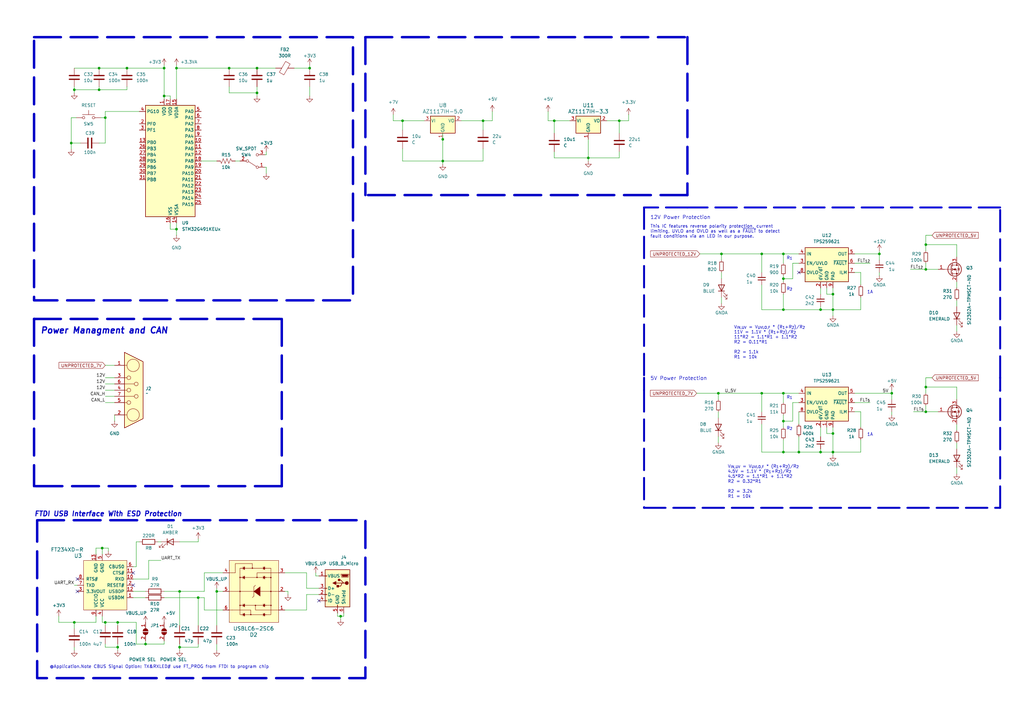
<source format=kicad_sch>
(kicad_sch (version 20231120) (generator "eeschema") (generator_version "8.0")
  (paper "A3")
  (title_block (title "Microcontroller") (rev "V1") (company "EcoCar") (comment 1 "Designed by: Nicholas semmens"))
  (lib_symbols
    (symbol "+5V_1" (power) (pin_numbers hide) (pin_names (offset 0) hide)
      (property "Value" "+5V" (at 0 3.556 0))
      (symbol "+5V_1_1_1"
        (pin power_in line (at 0 0 90) (length 0) (name "~") (number "1"))
      )
    )
    (symbol "Connector:Conn_01x06_Pin" (pin_names (offset 1.016) hide)
      (property "Reference" "J" (at 0 7.62 0))
      (property "Value" "Conn_01x06_Pin" (at 0 -10.16 0))
      (symbol "Conn_01x06_Pin_1_1"
        (pin passive line (at 5.08 5.08 180) (length 3.81) (name "Pin_1") (number "1"))
        (pin passive line (at 5.08 2.54 180) (length 3.81) (name "Pin_2") (number "2"))
        (pin passive line (at 5.08 0 180) (length 3.81) (name "Pin_3") (number "3"))
        (pin passive line (at 5.08 -2.54 180) (length 3.81) (name "Pin_4") (number "4"))
        (pin passive line (at 5.08 -5.08 180) (length 3.81) (name "Pin_5") (number "5"))
        (pin passive line (at 5.08 -7.62 180) (length 3.81) (name "Pin_6") (number "6"))
      )
    )
    (symbol "Connector:DE9_Receptacle_MountingHoles" (pin_names (offset 1.016) hide)
      (property "Reference" "J" (at 0 16.51 0))
      (property "Value" "DE9_Receptacle_MountingHoles" (at 0 14.605 0))
      (symbol "DE9_Receptacle_MountingHoles_1_1"
        (pin passive line (at 0 -15.24 90) (length 3.81) (name "PAD") (number "0"))
        (pin passive line (at -7.62 10.16 0) (length 3.81) (name "1") (number "1"))
        (pin passive line (at -7.62 5.08 0) (length 3.81) (name "2") (number "2"))
        (pin passive line (at -7.62 0 0) (length 3.81) (name "3") (number "3"))
        (pin passive line (at -7.62 -5.08 0) (length 3.81) (name "4") (number "4"))
        (pin passive line (at -7.62 -10.16 0) (length 3.81) (name "5") (number "5"))
        (pin passive line (at -7.62 7.62 0) (length 3.81) (name "6") (number "6"))
        (pin passive line (at -7.62 2.54 0) (length 3.81) (name "7") (number "7"))
        (pin passive line (at -7.62 -2.54 0) (length 3.81) (name "8") (number "8"))
        (pin passive line (at -7.62 -7.62 0) (length 3.81) (name "9") (number "9"))
      )
    )
    (symbol "Connector:TestPoint" (pin_numbers hide) (pin_names (offset 0.762) hide)
      (property "Reference" "TP" (at 0 6.858 0))
      (property "Value" "TestPoint" (at 0 5.08 0))
      (symbol "TestPoint_1_1"
        (pin passive line (at 0 0 90) (length 2.54) (name "1") (number "1"))
      )
    )
    (symbol "Connector:USB_B_Micro" (pin_names (offset 1.016))
      (property "Reference" "J" (at -5.08 11.43 0))
      (property "Value" "USB_B_Micro" (at -5.08 8.89 0))
      (symbol "USB_B_Micro_1_1"
        (pin power_out line (at 7.62 5.08 180) (length 2.54) (name "VBUS") (number "1"))
        (pin bidirectional line (at 7.62 -2.54 180) (length 2.54) (name "D-") (number "2"))
        (pin bidirectional line (at 7.62 0 180) (length 2.54) (name "D+") (number "3"))
        (pin passive line (at 7.62 -5.08 180) (length 2.54) (name "ID") (number "4"))
        (pin power_out line (at 0 -10.16 90) (length 2.54) (name "GND") (number "5"))
        (pin passive line (at -2.54 -10.16 90) (length 2.54) (name "Shield") (number "6"))
      )
    )
    (symbol "Connector_Generic:Conn_02x05_Odd_Even" (pin_names (offset 1.016) hide)
      (property "Reference" "J" (at 1.27 7.62 0))
      (property "Value" "Conn_02x05_Odd_Even" (at 1.27 -7.62 0))
      (symbol "Conn_02x05_Odd_Even_1_1"
        (pin passive line (at -5.08 5.08 0) (length 3.81) (name "Pin_1") (number "1"))
        (pin passive line (at 7.62 -5.08 180) (length 3.81) (name "Pin_10") (number "10"))
        (pin passive line (at 7.62 5.08 180) (length 3.81) (name "Pin_2") (number "2"))
        (pin passive line (at -5.08 2.54 0) (length 3.81) (name "Pin_3") (number "3"))
        (pin passive line (at 7.62 2.54 180) (length 3.81) (name "Pin_4") (number "4"))
        (pin passive line (at -5.08 0 0) (length 3.81) (name "Pin_5") (number "5"))
        (pin passive line (at 7.62 0 180) (length 3.81) (name "Pin_6") (number "6"))
        (pin passive line (at -5.08 -2.54 0) (length 3.81) (name "Pin_7") (number "7"))
        (pin passive line (at 7.62 -2.54 180) (length 3.81) (name "Pin_8") (number "8"))
        (pin passive line (at -5.08 -5.08 0) (length 3.81) (name "Pin_9") (number "9"))
      )
    )
    (symbol "Device:C" (pin_numbers hide) (pin_names (offset 0.254))
      (property "Reference" "C" (at 0.635 2.54 0))
      (property "Value" "C" (at 0.635 -2.54 0))
      (symbol "C_1_1"
        (pin passive line (at 0 3.81 270) (length 2.794) (name "~") (number "1"))
        (pin passive line (at 0 -3.81 90) (length 2.794) (name "~") (number "2"))
      )
    )
    (symbol "Device:C_Small" (pin_numbers hide) (pin_names (offset 0.254) hide)
      (property "Reference" "C" (at 0.254 1.778 0))
      (property "Value" "C_Small" (at 0.254 -2.032 0))
      (symbol "C_Small_1_1"
        (pin passive line (at 0 2.54 270) (length 2.032) (name "~") (number "1"))
        (pin passive line (at 0 -2.54 90) (length 2.032) (name "~") (number "2"))
      )
    )
    (symbol "Device:D_Zener" (pin_numbers hide) (pin_names (offset 1.016) hide)
      (property "Reference" "D" (at 0 2.54 0))
      (property "Value" "D_Zener" (at 0 -2.54 0))
      (symbol "D_Zener_1_1"
        (pin passive line (at -3.81 0 0) (length 2.54) (name "K") (number "1"))
        (pin passive line (at 3.81 0 180) (length 2.54) (name "A") (number "2"))
      )
    )
    (symbol "Device:FerriteBead" (pin_numbers hide) (pin_names (offset 0))
      (property "Reference" "FB" (at -3.81 0.635 90))
      (property "Value" "FerriteBead" (at 3.81 0 90))
      (symbol "FerriteBead_1_1"
        (pin passive line (at 0 3.81 270) (length 2.54) (name "~") (number "1"))
        (pin passive line (at 0 -3.81 90) (length 2.54) (name "~") (number "2"))
      )
    )
    (symbol "Device:LED" (pin_numbers hide) (pin_names (offset 1.016) hide)
      (property "Reference" "D" (at 0 2.54 0))
      (property "Value" "LED" (at 0 -2.54 0))
      (symbol "LED_1_1"
        (pin passive line (at -3.81 0 0) (length 2.54) (name "K") (number "1"))
        (pin passive line (at 3.81 0 180) (length 2.54) (name "A") (number "2"))
      )
    )
    (symbol "Device:Q_NMOS_GSD" (pin_names (offset 0) hide)
      (property "Reference" "Q" (at 5.08 1.27 0))
      (property "Value" "Q_NMOS_GSD" (at 5.08 -1.27 0))
      (symbol "Q_NMOS_GSD_1_1"
        (pin input line (at -5.08 0 0) (length 2.54) (name "G") (number "1"))
        (pin passive line (at 2.54 -5.08 90) (length 2.54) (name "S") (number "2"))
        (pin passive line (at 2.54 5.08 270) (length 2.54) (name "D") (number "3"))
      )
    )
    (symbol "Device:R" (pin_numbers hide) (pin_names (offset 0))
      (property "Reference" "R" (at 2.032 0 90))
      (property "Value" "R" (at 0 0 90))
      (symbol "R_1_1"
        (pin passive line (at 0 3.81 270) (length 1.27) (name "~") (number "1"))
        (pin passive line (at 0 -3.81 90) (length 1.27) (name "~") (number "2"))
      )
    )
    (symbol "Device:R_Small" (pin_numbers hide) (pin_names (offset 0.254) hide)
      (property "Reference" "R" (at 0.762 0.508 0))
      (property "Value" "R_Small" (at 0.762 -1.016 0))
      (symbol "R_Small_1_1"
        (pin passive line (at 0 2.54 270) (length 0.762) (name "~") (number "1"))
        (pin passive line (at 0 -2.54 90) (length 0.762) (name "~") (number "2"))
      )
    )
    (symbol "Device:R_US" (pin_numbers hide) (pin_names (offset 0))
      (property "Reference" "R" (at 2.54 0 90))
      (property "Value" "R_US" (at -2.54 0 90))
      (symbol "R_US_1_1"
        (pin passive line (at 0 3.81 270) (length 1.27) (name "~") (number "1"))
        (pin passive line (at 0 -3.81 90) (length 1.27) (name "~") (number "2"))
      )
    )
    (symbol "GND_1" (power) (pin_numbers hide) (pin_names (offset 0) hide)
      (property "Value" "GND" (at 0 -3.81 0))
      (symbol "GND_1_1_1"
        (pin power_in line (at 0 0 270) (length 0) (name "~") (number "1"))
      )
    )
    (symbol "GND_2" (power) (pin_numbers hide) (pin_names (offset 0) hide)
      (property "Value" "GND" (at 0 -3.81 0))
      (symbol "GND_2_1_1"
        (pin power_in line (at 0 0 270) (length 0) (name "~") (number "1"))
      )
    )
    (symbol "GND_3" (power) (pin_numbers hide) (pin_names (offset 0) hide)
      (property "Value" "GND" (at 0 -3.81 0))
      (symbol "GND_3_1_1"
        (pin power_in line (at 0 0 270) (length 0) (name "~") (number "1"))
      )
    )
    (symbol "H2_Parts:TPS2596"
      (property "Reference" "U" (at 0 11.43 0))
      (property "Value" "TPS2596" (at 0 8.89 0))
      (symbol "TPS2596_1_1"
        (pin power_in line (at 0 -10.16 90) (length 2.54) (name "GND") (number "1"))
        (pin input line (at -2.54 -10.16 90) (length 2.54) (name "dV/dT") (number "2"))
        (pin input line (at -11.43 0 0) (length 2.54) (name "EN/UVLO") (number "3"))
        (pin power_in line (at -11.43 3.81 0) (length 2.54) (name "IN") (number "4"))
        (pin power_out line (at 11.43 3.81 180) (length 2.54) (name "OUT") (number "5"))
        (pin output line (at 11.43 0 180) (length 2.54) (name "~{FAULT}") (number "6"))
        (pin input line (at 11.43 -3.81 180) (length 2.54) (name "ILM") (number "7"))
        (pin input line (at -11.43 -3.81 0) (length 2.54) (name "OVLO") (number "8"))
        (pin input line (at 2.54 -10.16 90) (length 2.54) (name "PAD") (number "9"))
      )
    )
    (symbol "Interface_CAN_LIN:MCP2542FDxMF"
      (property "Reference" "U" (at -10.16 8.89 0))
      (property "Value" "MCP2542FDxMF" (at 2.54 8.89 0))
      (symbol "MCP2542FDxMF_1_1"
        (pin input line (at -12.7 5.08 0) (length 2.54) (name "TXD") (number "1"))
        (pin power_in line (at 0 -10.16 90) (length 2.54) (name "VSS") (number "2"))
        (pin power_in line (at 0 10.16 270) (length 2.54) (name "VDD") (number "3"))
        (pin output line (at -12.7 2.54 0) (length 2.54) (name "RXD") (number "4"))
        (pin power_in line (at -2.54 10.16 270) (length 2.54) (name "VIO") (number "5"))
        (pin bidirectional line (at 12.7 -2.54 180) (length 2.54) (name "CANL") (number "6"))
        (pin bidirectional line (at 12.7 2.54 180) (length 2.54) (name "CANH") (number "7"))
        (pin input line (at -12.7 -5.08 0) (length 2.54) (name "STBY") (number "8"))
        (pin passive line (at 0 -10.16 90) (length 2.54) hide (name "VSS") (number "9"))
      )
    )
    (symbol "Jumper:SolderJumper_2_Open" (pin_names (offset 0) hide)
      (property "Reference" "JP" (at 0 2.032 0))
      (property "Value" "SolderJumper_2_Open" (at 0 -2.54 0))
      (symbol "SolderJumper_2_Open_1_1"
        (pin passive line (at -3.81 0 0) (length 2.54) (name "A") (number "1"))
        (pin passive line (at 3.81 0 180) (length 2.54) (name "B") (number "2"))
      )
    )
    (symbol "MCU_ST_STM32G4:STM32G491KEUx"
      (property "Reference" "U" (at -10.16 24.13 0))
      (property "Value" "STM32G491KEUx" (at 5.08 24.13 0))
      (symbol "STM32G491KEUx_1_1"
        (pin power_in line (at -2.54 25.4 270) (length 2.54) (name "VDD") (number "1"))
        (pin bidirectional line (at 12.7 7.62 180) (length 2.54) (name "PA5") (number "10"))
        (pin bidirectional line (at 12.7 5.08 180) (length 2.54) (name "PA6") (number "11"))
        (pin bidirectional line (at 12.7 2.54 180) (length 2.54) (name "PA7") (number "12"))
        (pin bidirectional line (at -12.7 7.62 0) (length 2.54) (name "PB0") (number "13"))
        (pin power_in line (at 2.54 -25.4 90) (length 2.54) (name "VSSA") (number "14"))
        (pin power_in line (at 2.54 25.4 270) (length 2.54) (name "VDDA") (number "15"))
        (pin power_in line (at 0 -25.4 90) (length 2.54) (name "VSS") (number "16"))
        (pin power_in line (at 0 25.4 270) (length 2.54) (name "VDD") (number "17"))
        (pin bidirectional line (at 12.7 0 180) (length 2.54) (name "PA8") (number "18"))
        (pin bidirectional line (at 12.7 -2.54 180) (length 2.54) (name "PA9") (number "19"))
        (pin bidirectional line (at -12.7 15.24 0) (length 2.54) (name "PF0") (number "2"))
        (pin bidirectional line (at 12.7 -5.08 180) (length 2.54) (name "PA10") (number "20"))
        (pin bidirectional line (at 12.7 -7.62 180) (length 2.54) (name "PA11") (number "21"))
        (pin bidirectional line (at 12.7 -10.16 180) (length 2.54) (name "PA12") (number "22"))
        (pin bidirectional line (at 12.7 -12.7 180) (length 2.54) (name "PA13") (number "23"))
        (pin bidirectional line (at 12.7 -15.24 180) (length 2.54) (name "PA14") (number "24"))
        (pin bidirectional line (at 12.7 -17.78 180) (length 2.54) (name "PA15") (number "25"))
        (pin bidirectional line (at -12.7 5.08 0) (length 2.54) (name "PB3") (number "26"))
        (pin bidirectional line (at -12.7 2.54 0) (length 2.54) (name "PB4") (number "27"))
        (pin bidirectional line (at -12.7 0 0) (length 2.54) (name "PB5") (number "28"))
        (pin bidirectional line (at -12.7 -2.54 0) (length 2.54) (name "PB6") (number "29"))
        (pin bidirectional line (at -12.7 12.7 0) (length 2.54) (name "PF1") (number "3"))
        (pin bidirectional line (at -12.7 -5.08 0) (length 2.54) (name "PB7") (number "30"))
        (pin bidirectional line (at -12.7 -7.62 0) (length 2.54) (name "PB8") (number "31"))
        (pin passive line (at 0 -25.4 90) (length 2.54) hide (name "VSS") (number "32"))
        (pin passive line (at 0 -25.4 90) (length 2.54) hide (name "VSS") (number "33"))
        (pin bidirectional line (at -12.7 20.32 0) (length 2.54) (name "PG10") (number "4"))
        (pin bidirectional line (at 12.7 20.32 180) (length 2.54) (name "PA0") (number "5"))
        (pin bidirectional line (at 12.7 17.78 180) (length 2.54) (name "PA1") (number "6"))
        (pin bidirectional line (at 12.7 15.24 180) (length 2.54) (name "PA2") (number "7"))
        (pin bidirectional line (at 12.7 12.7 180) (length 2.54) (name "PA3") (number "8"))
        (pin bidirectional line (at 12.7 10.16 180) (length 2.54) (name "PA4") (number "9"))
      )
    )
    (symbol "MCU_ST_STM32L4:STM32L432KCUx"
      (property "Reference" "U" (at -10.16 24.13 0))
      (property "Value" "STM32L432KCUx" (at 5.08 24.13 0))
      (symbol "STM32L432KCUx_1_1"
        (pin power_in line (at -2.54 25.4 270) (length 2.54) (name "VDD") (number "1"))
        (pin bidirectional line (at 12.7 10.16 180) (length 2.54) (name "PA4") (number "10"))
        (pin bidirectional line (at 12.7 7.62 180) (length 2.54) (name "PA5") (number "11"))
        (pin bidirectional line (at 12.7 5.08 180) (length 2.54) (name "PA6") (number "12"))
        (pin bidirectional line (at 12.7 2.54 180) (length 2.54) (name "PA7") (number "13"))
        (pin bidirectional line (at -12.7 2.54 0) (length 2.54) (name "PB0") (number "14"))
        (pin bidirectional line (at -12.7 0 0) (length 2.54) (name "PB1") (number "15"))
        (pin power_in line (at 0 -25.4 90) (length 2.54) (name "VSS") (number "16"))
        (pin power_in line (at 0 25.4 270) (length 2.54) (name "VDD") (number "17"))
        (pin bidirectional line (at 12.7 0 180) (length 2.54) (name "PA8") (number "18"))
        (pin bidirectional line (at 12.7 -2.54 180) (length 2.54) (name "PA9") (number "19"))
        (pin bidirectional line (at -12.7 10.16 0) (length 2.54) (name "PC14") (number "2"))
        (pin bidirectional line (at 12.7 -5.08 180) (length 2.54) (name "PA10") (number "20"))
        (pin bidirectional line (at 12.7 -7.62 180) (length 2.54) (name "PA11") (number "21"))
        (pin bidirectional line (at 12.7 -10.16 180) (length 2.54) (name "PA12") (number "22"))
        (pin bidirectional line (at 12.7 -12.7 180) (length 2.54) (name "PA13") (number "23"))
        (pin bidirectional line (at 12.7 -15.24 180) (length 2.54) (name "PA14") (number "24"))
        (pin bidirectional line (at 12.7 -17.78 180) (length 2.54) (name "PA15") (number "25"))
        (pin bidirectional line (at -12.7 -2.54 0) (length 2.54) (name "PB3") (number "26"))
        (pin bidirectional line (at -12.7 -5.08 0) (length 2.54) (name "PB4") (number "27"))
        (pin bidirectional line (at -12.7 -7.62 0) (length 2.54) (name "PB5") (number "28"))
        (pin bidirectional line (at -12.7 -10.16 0) (length 2.54) (name "PB6") (number "29"))
        (pin bidirectional line (at -12.7 7.62 0) (length 2.54) (name "PC15") (number "3"))
        (pin bidirectional line (at -12.7 -12.7 0) (length 2.54) (name "PB7") (number "30"))
        (pin bidirectional line (at -12.7 15.24 0) (length 2.54) (name "PH3") (number "31"))
        (pin passive line (at 0 -25.4 90) (length 2.54) hide (name "VSS") (number "32"))
        (pin passive line (at 0 -25.4 90) (length 2.54) hide (name "VSS") (number "33"))
        (pin input line (at -12.7 20.32 0) (length 2.54) (name "NRST") (number "4"))
        (pin power_in line (at 2.54 25.4 270) (length 2.54) (name "VDDA") (number "5"))
        (pin bidirectional line (at 12.7 20.32 180) (length 2.54) (name "PA0") (number "6"))
        (pin bidirectional line (at 12.7 17.78 180) (length 2.54) (name "PA1") (number "7"))
        (pin bidirectional line (at 12.7 15.24 180) (length 2.54) (name "PA2") (number "8"))
        (pin bidirectional line (at 12.7 12.7 180) (length 2.54) (name "PA3") (number "9"))
      )
    )
    (symbol "Mechanical:MountingHole_Pad" (pin_numbers hide) (pin_names (offset 1.016) hide)
      (property "Reference" "H" (at 0 6.35 0))
      (property "Value" "MountingHole_Pad" (at 0 4.445 0))
      (symbol "MountingHole_Pad_1_1"
        (pin input line (at 0 -2.54 90) (length 2.54) (name "1") (number "1"))
      )
    )
    (symbol "RF_Parts:ESDALC6V1W5"
      (property "Reference" "IC" (at 24.13 7.62 0))
      (property "Value" "ESDALC6V1W5" (at 24.13 5.08 0))
      (symbol "ESDALC6V1W5_1_1"
        (pin passive line (at 0 0 0) (length 5.08) (name "I/01") (number "1"))
        (pin passive line (at 0 -2.54 0) (length 5.08) (name "GND") (number "2"))
        (pin passive line (at 0 -5.08 0) (length 5.08) (name "I/02") (number "3"))
        (pin passive line (at 27.94 0 180) (length 5.08) (name "I/03") (number "4"))
        (pin passive line (at 27.94 -2.54 180) (length 5.08) (name "I/04") (number "5"))
      )
    )
    (symbol "RF_Parts:SG-3225CAN"
      (property "Reference" "U" (at 3.81 7.62 0))
      (symbol "SG-3225CAN_1_1"
        (pin input line (at -7.62 0 0) (length 2.54) (name "~{ST}") (number "1"))
        (pin power_in line (at 0 -7.62 90) (length 2.54) (name "GND") (number "2"))
        (pin output line (at 7.62 0 180) (length 2.54) (name "OUT") (number "3"))
        (pin power_in line (at 0 7.62 270) (length 2.54) (name "VCC") (number "4"))
      )
    )
    (symbol "RF_Parts:VBUS_UP" (power) (pin_names (offset 0))
      (property "Value" "VBUS_UP" (at 0 3.556 0))
      (symbol "VBUS_UP_1_1"
        (pin power_in line (at 0 0 90) (length 0) hide (name "VBUS_UP") (number "1"))
      )
    )
    (symbol "Switch:SW_Push" (pin_numbers hide) (pin_names (offset 1.016) hide)
      (property "Reference" "SW" (at 1.27 2.54 0))
      (property "Value" "SW_Push" (at 0 -1.524 0))
      (symbol "SW_Push_0_1"
        (pin passive line (at -5.08 0 0) (length 2.54) (name "1") (number "1"))
        (pin passive line (at 5.08 0 180) (length 2.54) (name "2") (number "2"))
      )
    )
    (symbol "Switch:SW_SPDT" (pin_names (offset 0) hide)
      (property "Reference" "SW" (at 0 4.318 0))
      (property "Value" "SW_SPDT" (at 0 -5.08 0))
      (symbol "SW_SPDT_1_1"
        (pin passive line (at 5.08 2.54 180) (length 2.54) (name "A") (number "1"))
        (pin passive line (at -5.08 0 0) (length 2.54) (name "B") (number "2"))
        (pin passive line (at 5.08 -2.54 180) (length 2.54) (name "C") (number "3"))
      )
    )
    (symbol "dk_Interface-Controllers:FT234XD-R" (pin_names (offset 1.016))
      (property "Reference" "U" (at -5.08 8.89 0))
      (property "Value" "FT234XD-R" (at 7.62 -15.24 0))
      (symbol "FT234XD-R_1_1"
        (pin bidirectional line (at -10.16 2.54 0) (length 2.54) (name "USBDM") (number "1"))
        (pin input line (at -10.16 -5.08 0) (length 2.54) (name "RXD") (number "10"))
        (pin input line (at -10.16 -7.62 0) (length 2.54) (name "CTS#") (number "11"))
        (pin bidirectional line (at -10.16 0 0) (length 2.54) (name "USBDP") (number "12"))
        (pin power_in line (at 5.08 -15.24 90) (length 2.54) (name "GND") (number "13"))
        (pin input line (at -10.16 -2.54 0) (length 2.54) (name "RESET#") (number "2"))
        (pin passive line (at 12.7 0 180) (length 2.54) (name "3.3VOUT") (number "3"))
        (pin power_in line (at 2.54 10.16 270) (length 2.54) (name "VCC") (number "4"))
        (pin power_in line (at 2.54 -15.24 90) (length 2.54) (name "GND") (number "5"))
        (pin bidirectional line (at -10.16 -10.16 0) (length 2.54) (name "CBUS0") (number "6"))
        (pin output line (at 12.7 -2.54 180) (length 2.54) (name "TXD") (number "7"))
        (pin output line (at 12.7 -5.08 180) (length 2.54) (name "RTS#") (number "8"))
        (pin power_in line (at 5.08 10.16 270) (length 2.54) (name "VCCIO") (number "9"))
      )
    )
    (symbol "dk_TVS-Diodes:USBLC6-2SC6" (pin_names (offset 1.016))
      (property "Reference" "D" (at -10.16 13.97 0))
      (property "Value" "USBLC6-2SC6" (at 0 -13.97 0))
      (symbol "USBLC6-2SC6_1_1"
        (pin input line (at -12.7 7.62 0) (length 2.54) (name "~") (number "1"))
        (pin power_in line (at -12.7 0 0) (length 2.54) (name "~") (number "2"))
        (pin input line (at -12.7 -7.62 0) (length 2.54) (name "~") (number "3"))
        (pin input line (at 12.7 -7.62 180) (length 2.54) (name "~") (number "4"))
        (pin output line (at 12.7 0 180) (length 2.54) (name "~") (number "5"))
        (pin input line (at 12.7 7.62 180) (length 2.54) (name "~") (number "6"))
      )
    )
    (symbol "ecocad_lib_symbols:AZ1117IH-3.3" (pin_names (offset 0.254))
      (property "Reference" "U6" (at 0 6.35 0))
      (property "Value" "AZ1117IH-3.3" (at 0 3.81 0))
      (symbol "AZ1117IH-3.3_1_1"
        (pin power_in line (at 0 -7.62 90) (length 2.54) (name "GND") (number "1"))
        (pin power_out line (at 7.62 0 180) (length 2.54) (name "VO") (number "2"))
        (pin power_in line (at -7.62 0 0) (length 2.54) (name "VI") (number "3"))
      )
    )
    (symbol "ecocad_lib_symbols:AZ1117IH-5.0" (pin_names (offset 0.254))
      (property "Reference" "U" (at 0 7.62 0))
      (property "Value" "AZ1117IH-5.0" (at 0 5.08 0))
      (symbol "AZ1117IH-5.0_1_1"
        (pin power_in line (at 0 -7.62 90) (length 2.54) (name "GND") (number "1"))
        (pin power_out line (at 7.62 0 180) (length 2.54) (name "VO") (number "2"))
        (pin power_in line (at -7.62 0 0) (length 2.54) (name "VI") (number "3"))
      )
    )
    (symbol "ecocad_lib_symbols:DB7W2"
      (property "Reference" "J" (at -0.508 15.494 0))
      (symbol "DB7W2_1_1"
        (pin passive line (at -7.62 10.16 0) (length 3.81) (name "") (number "1"))
        (pin passive line (at -7.62 -10.16 0) (length 3.81) (name "") (number "2"))
        (pin passive line (at -7.62 5.08 0) (length 3.81) (name "") (number "3"))
        (pin passive line (at -7.62 0 0) (length 3.81) (name "") (number "4"))
        (pin passive line (at -7.62 -5.08 0) (length 3.81) (name "") (number "5"))
        (pin passive line (at -7.62 2.54 0) (length 3.81) (name "") (number "6"))
        (pin passive line (at -7.62 -2.54 0) (length 3.81) (name "") (number "7"))
      )
    )
    (symbol "power:+12V" (power) (pin_names (offset 0))
      (property "Value" "+12V" (at 0 3.556 0))
      (symbol "+12V_1_1"
        (pin power_in line (at 0 0 90) (length 0) hide (name "+12V") (number "1"))
      )
    )
    (symbol "power:+3.3VA" (power) (pin_names (offset 0))
      (property "Value" "+3.3VA" (at 0 3.556 0))
      (symbol "+3.3VA_1_1"
        (pin power_in line (at 0 0 90) (length 0) hide (name "+3.3VA") (number "1"))
      )
    )
    (symbol "power:+3V3" (power) (pin_names (offset 0))
      (property "Value" "+3V3" (at 0 3.556 0))
      (symbol "+3V3_1_1"
        (pin power_in line (at 0 0 90) (length 0) hide (name "+3V3") (number "1"))
      )
    )
    (symbol "power:+5V" (power) (pin_names (offset 0))
      (property "Value" "+5V" (at 0 3.556 0))
      (symbol "+5V_1_1"
        (pin power_in line (at 0 0 90) (length 0) hide (name "+5V") (number "1"))
      )
    )
    (symbol "power:GND" (power) (pin_names (offset 0))
      (property "Value" "GND" (at 0 -3.81 0))
      (symbol "GND_1_1"
        (pin power_in line (at 0 0 270) (length 0) hide (name "GND") (number "1"))
      )
    )
    (symbol "power:GNDA" (power) (pin_names (offset 0))
      (property "Value" "GNDA" (at 0 -3.81 0))
      (symbol "GNDA_1_1"
        (pin power_in line (at 0 0 270) (length 0) hide (name "GNDA") (number "1"))
      )
    )
  )
  (junction (at 254 49.53))
  (junction (at -45.72 1.27))
  (junction (at 105.41 38.1))
  (junction (at -99.06 -8.89))
  (junction (at 67.31 27.94))
  (junction (at 81.28 245.11))
  (junction (at 321.31 104.14))
  (junction (at 312.42 104.14))
  (junction (at 59.69 264.16))
  (junction (at 165.1 49.53))
  (junction (at 379.73 158.75))
  (junction (at 379.73 168.91))
  (junction (at -45.72 -8.89))
  (junction (at -24.13 -8.89))
  (junction (at 67.31 39.37))
  (junction (at 365.76 161.29))
  (junction (at 40.64 36.83))
  (junction (at 88.9 242.57))
  (junction (at 52.07 27.94))
  (junction (at 379.73 110.49))
  (junction (at 458.47 227.33))
  (junction (at 321.31 114.3))
  (junction (at -113.792 82.804))
  (junction (at 506.73 153.67))
  (junction (at 379.73 100.33))
  (junction (at 341.63 185.42))
  (junction (at -113.792 66.294))
  (junction (at 29.21 58.674))
  (junction (at 73.66 242.57))
  (junction (at -78.74 -8.89))
  (junction (at 336.55 127))
  (junction (at 294.64 161.29))
  (junction (at -22.86 34.29))
  (junction (at 295.91 104.14))
  (junction (at 72.39 27.94))
  (junction (at 105.41 27.94))
  (junction (at 43.18 255.27))
  (junction (at -83.82 2.54))
  (junction (at 312.42 161.29))
  (junction (at 198.12 49.53))
  (junction (at 478.79 162.56))
  (junction (at 504.19 153.67))
  (junction (at 341.63 177.8))
  (junction (at 93.98 27.94))
  (junction (at 466.09 147.32))
  (junction (at -116.332 45.72))
  (junction (at 48.26 265.43))
  (junction (at -36.83 40.64))
  (junction (at 321.31 185.42))
  (junction (at -130.302 52.07))
  (junction (at 48.26 255.27))
  (junction (at 139.7 252.73))
  (junction (at -57.15 -8.89))
  (junction (at -129.032 66.294))
  (junction (at 43.18 48.26))
  (junction (at -34.29 81.28))
  (junction (at 30.48 36.83))
  (junction (at 478.79 175.26))
  (junction (at 321.31 172.72))
  (junction (at 341.63 127))
  (junction (at 360.68 104.14))
  (junction (at 30.48 255.27))
  (junction (at -83.82 -8.89))
  (junction (at 40.64 27.94))
  (junction (at -120.65 0))
  (junction (at 327.66 185.42))
  (junction (at 127 27.94))
  (junction (at 227.33 49.53))
  (junction (at 241.3 64.77))
  (junction (at 321.31 127))
  (junction (at 41.91 224.79))
  (junction (at 181.61 66.04))
  (junction (at 72.39 93.98))
  (junction (at 336.55 185.42))
  (junction (at -110.49 -8.89))
  (junction (at 341.63 120.65))
  (junction (at -110.49 0))
  (junction (at 481.33 227.33))
  (junction (at 181.61 57.15))
  (junction (at 73.66 265.43))
  (junction (at 321.31 161.29))
  (no_connect (at 468.63 212.09))
  (no_connect (at -71.12 81.28))
  (no_connect (at 167.64 330.2))
  (no_connect (at 509.27 227.33))
  (no_connect (at -62.23 26.67))
  (no_connect (at 54.61 240.03))
  (no_connect (at 473.71 162.56))
  (no_connect (at 473.71 160.02))
  (no_connect (at -71.12 76.2))
  (no_connect (at -99.06 29.21))
  (no_connect (at 473.71 165.1))
  (no_connect (at -99.06 21.59))
  (no_connect (at -62.23 24.13))
  (no_connect (at -62.23 31.75))
  (no_connect (at -71.12 71.12))
  (no_connect (at 31.75 242.57))
  (no_connect (at 185.42 330.2))
  (no_connect (at 473.71 157.48))
  (no_connect (at 204.47 330.2))
  (no_connect (at 54.61 234.95))
  (no_connect (at 473.71 172.72))
  (no_connect (at 468.63 207.01))
  (no_connect (at 509.27 229.87))
  (no_connect (at 130.81 246.38))
  (no_connect (at 327.66 111.76))
  (no_connect (at -71.12 68.58))
  (no_connect (at 473.71 175.26))
  (no_connect (at -71.12 73.66))
  (no_connect (at -62.23 34.29))
  (no_connect (at 222.25 330.2))
  (no_connect (at 31.75 237.49))
  (no_connect (at -71.12 78.74))
  (no_connect (at -99.06 26.67))
  (wire (pts (xy 67.31 26.67) (xy 67.31 27.94)))
  (wire (pts (xy 504.19 153.67) (xy 504.19 156.21)))
  (wire (pts (xy 321.31 127) (xy 336.55 127)))
  (wire (pts (xy 40.64 36.83) (xy 52.07 36.83)))
  (wire (pts (xy 341.63 177.8) (xy 341.63 185.42)))
  (wire (pts (xy 29.21 58.674) (xy 29.21 61.214)))
  (wire (pts (xy -113.792 66.294) (xy -94.742 66.294)))
  (wire (pts (xy 350.52 104.14) (xy 360.68 104.14)))
  (wire (pts (xy -68.58 36.83) (xy -62.23 36.83)))
  (wire (pts (xy 67.31 39.37) (xy 69.85 39.37)))
  (wire (pts (xy -22.86 30.226) (xy -22.86 34.29)))
  (wire (pts (xy 139.7 252.73) (xy 138.43 252.73)))
  (wire (pts (xy 165.1 60.96) (xy 165.1 66.04)))
  (wire (pts (xy 321.31 172.72) (xy 321.31 175.26)))
  (wire (pts (xy 379.73 168.91) (xy 384.81 168.91)))
  (wire (pts (xy 227.33 62.23) (xy 227.33 64.77)))
  (wire (pts (xy -128.27 41.656) (xy -130.302 41.656)))
  (wire (pts (xy 129.54 234.95) (xy 129.54 236.22)))
  (wire (pts (xy -68.58 44.45) (xy -62.23 44.45)))
  (wire (pts (xy 516.89 163.83) (xy 527.05 163.83)))
  (wire (pts (xy 72.39 27.94) (xy 72.39 40.64)))
  (wire (pts (xy 30.48 255.27) (xy 39.37 255.27)))
  (wire (pts (xy -68.58 41.91) (xy -62.23 41.91)))
  (wire (pts (xy -68.58 16.51) (xy -62.23 16.51)))
  (wire (pts (xy -34.29 81.28) (xy -25.4 81.28)))
  (wire (pts (xy 295.91 104.14) (xy 295.91 106.68)))
  (wire (pts (xy -68.58 31.75) (xy -62.23 31.75)))
  (wire (pts (xy 516.89 161.29) (xy 527.05 161.29)))
  (wire (pts (xy 481.33 226.06) (xy 481.33 227.33)))
  (wire (pts (xy 295.91 111.76) (xy 295.91 114.3)))
  (wire (pts (xy 30.48 255.27) (xy 30.48 257.81)))
  (polyline (pts (xy 264.16 154.94) (xy 264.16 160.02)) (stroke (width 0.8) (type dash)))
  (wire (pts (xy -25.4 81.28) (xy -25.4 78.74)))
  (wire (pts (xy 140.97 251.46) (xy 140.97 252.73)))
  (wire (pts (xy -78.74 -10.16) (xy -78.74 -8.89)))
  (wire (pts (xy 478.79 172.72) (xy 478.79 175.26)))
  (wire (pts (xy 455.93 147.32) (xy 455.93 152.4)))
  (wire (pts (xy -57.15 -1.27) (xy -57.15 1.27)))
  (wire (pts (xy 321.31 114.3) (xy 321.31 115.57)))
  (wire (pts (xy 54.61 242.57) (xy 59.69 242.57)))
  (wire (pts (xy 379.73 166.37) (xy 379.73 168.91)))
  (wire (pts (xy 350.52 165.1) (xy 356.87 165.1)))
  (wire (pts (xy 93.98 38.1) (xy 105.41 38.1)))
  (wire (pts (xy -130.302 41.656) (xy -130.302 52.07)))
  (wire (pts (xy -125.73 10.16) (xy -125.73 11.43)))
  (wire (pts (xy 72.39 26.67) (xy 72.39 27.94)))
  (wire (pts (xy 43.18 264.16) (xy 43.18 265.43)))
  (wire (pts (xy 43.18 149.86) (xy 46.99 149.86)))
  (wire (pts (xy 294.64 161.29) (xy 294.64 163.83)))
  (polyline (pts (xy 410.21 154.94) (xy 410.21 85.09)) (stroke (width 0.8) (type dash)))
  (polyline (pts (xy 410.21 154.94) (xy 410.21 160.02)) (stroke (width 0.8) (type dash)))
  (wire (pts (xy 336.55 125.73) (xy 336.55 127)))
  (wire (pts (xy -118.11 41.656) (xy -116.332 41.656)))
  (wire (pts (xy -120.65 0) (xy -120.65 1.27)))
  (wire (pts (xy 482.6 163.83) (xy 491.49 163.83)))
  (wire (pts (xy 353.06 180.34) (xy 353.06 185.42)))
  (wire (pts (xy 109.22 68.58) (xy 108.585 68.58)))
  (wire (pts (xy 287.02 104.14) (xy 295.91 104.14)))
  (wire (pts (xy 336.55 184.15) (xy 336.55 185.42)))
  (wire (pts (xy -129.032 75.184) (xy -121.412 75.184)))
  (wire (pts (xy -62.23 11.43) (xy -68.58 11.43)))
  (wire (pts (xy 254 49.53) (xy 248.92 49.53)))
  (wire (pts (xy -113.792 82.804) (xy -113.792 84.074)))
  (wire (pts (xy 69.85 91.44) (xy 69.85 93.98)))
  (wire (pts (xy 506.73 153.67) (xy 506.73 156.21)))
  (wire (pts (xy 59.69 264.16) (xy 55.88 264.16)))
  (wire (pts (xy -99.06 19.05) (xy -93.98 19.05)))
  (wire (pts (xy -125.73 16.51) (xy -125.095 16.51)))
  (wire (pts (xy -116.332 52.07) (xy -118.872 52.07)))
  (wire (pts (xy 458.47 227.33) (xy 458.47 228.6)))
  (wire (pts (xy -34.29 63.5) (xy -34.29 57.15)))
  (wire (pts (xy 241.3 64.77) (xy 241.3 66.04)))
  (wire (pts (xy 325.12 107.95) (xy 325.12 114.3)))
  (wire (pts (xy 60.96 229.87) (xy 60.96 237.49)))
  (wire (pts (xy 257.81 46.99) (xy 257.81 49.53)))
  (wire (pts (xy 39.37 252.73) (xy 39.37 255.27)))
  (wire (pts (xy 43.18 58.674) (xy 40.64 58.674)))
  (wire (pts (xy 336.55 175.26) (xy 336.55 179.07)))
  (wire (pts (xy -129.032 66.294) (xy -129.032 75.184)))
  (wire (pts (xy 93.98 27.94) (xy 105.41 27.94)))
  (wire (pts (xy 165.1 66.04) (xy 181.61 66.04)))
  (wire (pts (xy -94.742 71.374) (xy -94.742 66.294)))
  (wire (pts (xy 325.12 165.1) (xy 325.12 172.72)))
  (wire (pts (xy 294.64 168.91) (xy 294.64 171.45)))
  (wire (pts (xy 201.93 45.72) (xy 201.93 49.53)))
  (wire (pts (xy 43.18 45.72) (xy 43.18 48.26)))
  (wire (pts (xy 227.33 49.53) (xy 227.33 54.61)))
  (wire (pts (xy 257.81 49.53) (xy 254 49.53)))
  (wire (pts (xy 181.61 54.61) (xy 181.61 57.15)))
  (wire (pts (xy 72.39 27.94) (xy 93.98 27.94)))
  (wire (pts (xy -99.06 41.91) (xy -93.98 41.91)))
  (wire (pts (xy 165.1 49.53) (xy 173.99 49.53)))
  (wire (pts (xy -120.65 -1.27) (xy -120.65 0)))
  (wire (pts (xy -43.18 63.5) (xy -43.18 57.15)))
  (wire (pts (xy 55.88 232.41) (xy 54.61 232.41)))
  (wire (pts (xy 321.31 161.29) (xy 327.66 161.29)))
  (polyline (pts (xy 264.16 208.28) (xy 410.21 208.28)) (stroke (width 0.8) (type dash)))
  (wire (pts (xy 504.19 152.4) (xy 504.19 153.67)))
  (wire (pts (xy 321.31 104.14) (xy 321.31 107.95)))
  (polyline (pts (xy 13.97 130.81) (xy 13.97 199.39)) (stroke (width 1) (type dash)))
  (wire (pts (xy -94.742 78.994) (xy -94.742 82.804)))
  (wire (pts (xy -30.48 -8.89) (xy -24.13 -8.89)))
  (wire (pts (xy 525.78 237.49) (xy 521.97 237.49)))
  (wire (pts (xy 241.3 57.15) (xy 241.3 64.77)))
  (wire (pts (xy 360.68 113.03) (xy 360.68 111.76)))
  (wire (pts (xy -83.82 2.54) (xy -83.82 3.81)))
  (polyline (pts (xy 281.94 80.01) (xy 149.86 80.01)) (stroke (width 1) (type dash)))
  (wire (pts (xy 39.37 224.79) (xy 41.91 224.79)))
  (wire (pts (xy 41.91 252.73) (xy 41.91 255.27)))
  (wire (pts (xy 392.43 173.99) (xy 392.43 176.53)))
  (wire (pts (xy -57.15 -8.89) (xy -45.72 -8.89)))
  (wire (pts (xy 30.48 36.83) (xy 40.64 36.83)))
  (wire (pts (xy -103.632 75.184) (xy -106.172 75.184)))
  (polyline (pts (xy 410.21 85.09) (xy 281.94 85.09)) (stroke (width 0.8) (type dash)))
  (wire (pts (xy 521.97 234.95) (xy 525.78 234.95)))
  (wire (pts (xy 379.73 107.95) (xy 379.73 110.49)))
  (wire (pts (xy -99.06 0) (xy -99.06 -1.27)))
  (wire (pts (xy 321.31 170.18) (xy 321.31 172.72)))
  (wire (pts (xy 181.61 66.04) (xy 181.61 67.31)))
  (wire (pts (xy 105.41 27.94) (xy 113.03 27.94)))
  (wire (pts (xy 198.12 60.96) (xy 198.12 66.04)))
  (wire (pts (xy 379.73 154.94) (xy 382.27 154.94)))
  (polyline (pts (xy 115.57 199.39) (xy 13.97 199.39)) (stroke (width 1) (type dash)))
  (wire (pts (xy 524.51 153.67) (xy 521.97 153.67)))
  (wire (pts (xy 67.31 39.37) (xy 67.31 40.64)))
  (wire (pts (xy 379.73 110.49) (xy 384.81 110.49)))
  (wire (pts (xy 468.63 207.01) (xy 481.33 207.01)))
  (wire (pts (xy -78.74 -8.89) (xy -57.15 -8.89)))
  (wire (pts (xy 360.68 106.68) (xy 360.68 104.14)))
  (wire (pts (xy -120.65 0) (xy -110.49 0)))
  (wire (pts (xy 476.25 162.56) (xy 476.25 167.64)))
  (wire (pts (xy 55.88 222.25) (xy 55.88 232.41)))
  (wire (pts (xy 43.18 162.56) (xy 46.99 162.56)))
  (wire (pts (xy 379.73 161.29) (xy 379.73 158.75)))
  (wire (pts (xy 139.7 254) (xy 139.7 252.73)))
  (wire (pts (xy -125.73 11.43) (xy -125.095 11.43)))
  (wire (pts (xy 41.91 224.79) (xy 41.91 227.33)))
  (wire (pts (xy -99.06 29.21) (xy -93.98 29.21)))
  (wire (pts (xy -68.58 8.89) (xy -62.23 8.89)))
  (wire (pts (xy 312.42 116.84) (xy 312.42 127)))
  (wire (pts (xy 478.79 162.56) (xy 476.25 162.56)))
  (wire (pts (xy 83.82 245.11) (xy 83.82 250.19)))
  (wire (pts (xy 373.38 110.49) (xy 379.73 110.49)))
  (wire (pts (xy -24.638 30.226) (xy -22.86 30.226)))
  (wire (pts (xy 327.66 185.42) (xy 336.55 185.42)))
  (wire (pts (xy -113.792 66.294) (xy -129.032 66.294)))
  (wire (pts (xy 504.19 176.53) (xy 504.19 177.8)))
  (wire (pts (xy -99.06 26.67) (xy -93.98 26.67)))
  (wire (pts (xy 360.68 102.87) (xy 360.68 104.14)))
  (wire (pts (xy 482.6 168.91) (xy 482.6 175.26)))
  (wire (pts (xy 327.66 165.1) (xy 325.12 165.1)))
  (wire (pts (xy 129.54 236.22) (xy 130.81 236.22)))
  (wire (pts (xy 481.33 236.22) (xy 481.33 238.76)))
  (wire (pts (xy 336.55 185.42) (xy 341.63 185.42)))
  (wire (pts (xy 327.66 168.91) (xy 327.66 173.99)))
  (wire (pts (xy 73.66 242.57) (xy 67.31 242.57)))
  (wire (pts (xy 392.43 181.61) (xy 392.43 184.15)))
  (wire (pts (xy -130.302 52.07) (xy -130.302 54.61)))
  (wire (pts (xy -45.72 -8.89) (xy -38.1 -8.89)))
  (wire (pts (xy 379.73 102.87) (xy 379.73 100.33)))
  (wire (pts (xy -116.332 45.72) (xy -111.252 45.72)))
  (wire (pts (xy -45.72 1.27) (xy -45.72 2.54)))
  (wire (pts (xy 118.11 242.57) (xy 118.11 243.84)))
  (wire (pts (xy -62.23 46.99) (xy -68.58 46.99)))
  (wire (pts (xy 521.97 227.33) (xy 524.51 227.33)))
  (wire (pts (xy 339.09 175.26) (xy 339.09 177.8)))
  (wire (pts (xy -22.86 34.29) (xy -17.78 34.29)))
  (wire (pts (xy 31.242 48.26) (xy 29.21 48.26)))
  (wire (pts (xy 140.97 252.73) (xy 139.7 252.73)))
  (wire (pts (xy 67.31 245.11) (xy 81.28 245.11)))
  (wire (pts (xy 181.61 57.15) (xy 181.61 66.04)))
  (wire (pts (xy 83.82 242.57) (xy 73.66 242.57)))
  (wire (pts (xy -110.49 -8.89) (xy -99.06 -8.89)))
  (wire (pts (xy 482.6 168.91) (xy 491.49 168.91)))
  (wire (pts (xy 485.14 153.67) (xy 483.87 153.67)))
  (wire (pts (xy 43.18 160.02) (xy 46.99 160.02)))
  (wire (pts (xy 483.87 153.67) (xy 483.87 154.94)))
  (wire (pts (xy 48.26 264.16) (xy 48.26 265.43)))
  (wire (pts (xy 43.18 48.26) (xy 43.18 58.674)))
  (wire (pts (xy 59.69 264.16) (xy 67.31 264.16)))
  (wire (pts (xy -62.23 13.97) (xy -68.58 13.97)))
  (wire (pts (xy 392.43 191.77) (xy 392.43 194.31)))
  (wire (pts (xy 31.75 240.03) (xy 30.48 240.03)))
  (wire (pts (xy 353.06 111.76) (xy 353.06 116.84)))
  (wire (pts (xy 48.26 265.43) (xy 48.26 266.7)))
  (wire (pts (xy 165.1 49.53) (xy 165.1 53.34)))
  (wire (pts (xy 81.28 220.98) (xy 81.28 222.25)))
  (wire (pts (xy 24.13 255.27) (xy 24.13 252.73)))
  (wire (pts (xy 312.42 161.29) (xy 312.42 168.91)))
  (wire (pts (xy -83.82 -10.16) (xy -83.82 -8.89)))
  (wire (pts (xy 67.31 264.16) (xy 67.31 262.89)))
  (wire (pts (xy 105.41 35.56) (xy 105.41 38.1)))
  (wire (pts (xy 43.18 255.27) (xy 41.91 255.27)))
  (wire (pts (xy 365.76 163.83) (xy 365.76 161.29)))
  (wire (pts (xy -120.65 -8.89) (xy -110.49 -8.89)))
  (wire (pts (xy 312.42 127) (xy 321.31 127)))
  (wire (pts (xy 83.82 234.95) (xy 83.82 242.57)))
  (wire (pts (xy 54.61 245.11) (xy 59.69 245.11)))
  (wire (pts (xy 312.42 104.14) (xy 321.31 104.14)))
  (wire (pts (xy -24.13 -1.27) (xy -24.13 2.54)))
  (wire (pts (xy 30.48 255.27) (xy 24.13 255.27)))
  (wire (pts (xy 81.28 222.25) (xy 73.66 222.25)))
  (wire (pts (xy -81.28 2.54) (xy -81.28 3.81)))
  (wire (pts (xy -99.06 21.59) (xy -93.98 21.59)))
  (wire (pts (xy 227.33 49.53) (xy 233.68 49.53)))
  (wire (pts (xy -99.06 36.83) (xy -93.98 36.83)))
  (wire (pts (xy 341.63 120.65) (xy 341.63 127)))
  (wire (pts (xy 82.55 66.04) (xy 88.9 66.04)))
  (wire (pts (xy 521.97 229.87) (xy 524.51 229.87)))
  (wire (pts (xy 30.48 35.56) (xy 30.48 36.83)))
  (wire (pts (xy 509.27 209.55) (xy 515.62 209.55)))
  (wire (pts (xy 476.25 170.18) (xy 473.71 170.18)))
  (wire (pts (xy 198.12 49.53) (xy 198.12 53.34)))
  (wire (pts (xy 295.91 104.14) (xy 312.42 104.14)))
  (wire (pts (xy 325.12 172.72) (xy 321.31 172.72)))
  (wire (pts (xy 43.18 255.27) (xy 43.18 256.54)))
  (wire (pts (xy 365.76 160.02) (xy 365.76 161.29)))
  (wire (pts (xy 350.52 168.91) (xy 353.06 168.91)))
  (wire (pts (xy -83.82 2.54) (xy -81.28 2.54)))
  (wire (pts (xy 285.75 161.29) (xy 294.64 161.29)))
  (wire (pts (xy 521.97 232.41) (xy 525.78 232.41)))
  (wire (pts (xy 125.73 234.95) (xy 125.73 241.3)))
  (wire (pts (xy 120.65 27.94) (xy 127 27.94)))
  (wire (pts (xy 294.64 179.07) (xy 294.64 181.61)))
  (wire (pts (xy 350.52 161.29) (xy 365.76 161.29)))
  (wire (pts (xy 312.42 185.42) (xy 321.31 185.42)))
  (wire (pts (xy 44.45 224.79) (xy 41.91 224.79)))
  (wire (pts (xy 463.55 209.55) (xy 463.55 213.36)))
  (wire (pts (xy 466.09 147.32) (xy 466.09 149.86)))
  (wire (pts (xy 161.29 49.53) (xy 165.1 49.53)))
  (wire (pts (xy 198.12 66.04) (xy 181.61 66.04)))
  (wire (pts (xy 392.43 123.19) (xy 392.43 125.73)))
  (wire (pts (xy -34.29 81.28) (xy -34.29 83.82)))
  (wire (pts (xy -105.41 13.97) (xy -93.98 13.97)))
  (polyline (pts (xy 264.16 85.09) (xy 264.16 154.94)) (stroke (width 0.8) (type dash)))
  (wire (pts (xy 43.18 265.43) (xy 48.26 265.43)))
  (polyline (pts (xy 281.94 15.24) (xy 281.94 80.01)) (stroke (width 1) (type dash)))
  (wire (pts (xy 116.84 242.57) (xy 118.11 242.57)))
  (wire (pts (xy 392.43 133.35) (xy 392.43 135.89)))
  (wire (pts (xy 88.9 242.57) (xy 91.44 242.57)))
  (wire (pts (xy 198.12 49.53) (xy 189.23 49.53)))
  (wire (pts (xy 52.07 36.83) (xy 52.07 35.56)))
  (wire (pts (xy 339.09 118.11) (xy 339.09 120.65)))
  (wire (pts (xy 30.48 27.94) (xy 40.64 27.94)))
  (wire (pts (xy 478.79 162.56) (xy 482.6 162.56)))
  (wire (pts (xy 57.15 222.25) (xy 55.88 222.25)))
  (wire (pts (xy -34.798 30.226) (xy -36.83 30.226)))
  (wire (pts (xy -43.18 81.28) (xy -43.18 78.74)))
  (wire (pts (xy 44.45 224.79) (xy 44.45 226.06)))
  (wire (pts (xy 455.93 147.32) (xy 466.09 147.32)))
  (wire (pts (xy 458.47 236.22) (xy 458.47 238.76)))
  (wire (pts (xy -93.98 34.29) (xy -99.06 34.29)))
  (wire (pts (xy 327.66 107.95) (xy 325.12 107.95)))
  (wire (pts (xy 524.51 156.21) (xy 524.51 153.67)))
  (wire (pts (xy 341.63 177.8) (xy 341.63 175.26)))
  (wire (pts (xy 458.47 227.33) (xy 461.01 227.33)))
  (wire (pts (xy -125.73 16.51) (xy -125.73 19.05)))
  (wire (pts (xy 125.73 250.19) (xy 125.73 243.84)))
  (wire (pts (xy 481.33 227.33) (xy 481.33 228.6)))
  (wire (pts (xy 30.48 265.43) (xy 30.48 266.7)))
  (wire (pts (xy 57.15 45.72) (xy 43.18 45.72)))
  (wire (pts (xy 33.02 58.674) (xy 29.21 58.674)))
  (wire (pts (xy -43.18 81.28) (xy -34.29 81.28)))
  (wire (pts (xy -81.28 55.88) (xy -81.28 54.61)))
  (wire (pts (xy -113.792 82.804) (xy -94.742 82.804)))
  (wire (pts (xy 382.27 96.52) (xy 379.73 96.52)))
  (polyline (pts (xy 149.86 15.24) (xy 281.94 15.24)) (stroke (width 1) (type dash)))
  (wire (pts (xy -68.58 34.29) (xy -62.23 34.29)))
  (polyline (pts (xy 115.57 130.81) (xy 115.57 199.39)) (stroke (width 1) (type dash)))
  (wire (pts (xy 88.9 264.16) (xy 88.9 266.7)))
  (polyline (pts (xy 149.86 15.24) (xy 149.86 80.01)) (stroke (width 1) (type dash)))
  (wire (pts (xy 66.04 222.25) (xy 64.77 222.25)))
  (wire (pts (xy 321.31 180.34) (xy 321.31 185.42)))
  (wire (pts (xy 93.98 35.56) (xy 93.98 38.1)))
  (wire (pts (xy 339.09 177.8) (xy 341.63 177.8)))
  (wire (pts (xy 43.18 157.48) (xy 46.99 157.48)))
  (wire (pts (xy 138.43 251.46) (xy 138.43 252.73)))
  (wire (pts (xy 116.84 250.19) (xy 125.73 250.19)))
  (wire (pts (xy -116.332 41.656) (xy -116.332 45.72)))
  (wire (pts (xy 161.29 49.53) (xy 161.29 46.99)))
  (wire (pts (xy 81.28 265.43) (xy 73.66 265.43)))
  (wire (pts (xy 312.42 104.14) (xy 312.42 111.76)))
  (wire (pts (xy 321.31 120.65) (xy 321.31 127)))
  (wire (pts (xy -36.83 40.64) (xy -36.83 43.18)))
  (wire (pts (xy 48.26 255.27) (xy 48.26 256.54)))
  (wire (pts (xy 341.63 120.65) (xy 341.63 118.11)))
  (wire (pts (xy 83.82 250.19) (xy 91.44 250.19)))
  (wire (pts (xy 312.42 161.29) (xy 321.31 161.29)))
  (wire (pts (xy 105.41 38.1) (xy 105.41 39.37)))
  (wire (pts (xy 125.73 243.84) (xy 130.81 243.84)))
  (wire (pts (xy -110.49 -1.27) (xy -110.49 0)))
  (wire (pts (xy 81.28 264.16) (xy 81.28 265.43)))
  (wire (pts (xy 466.09 147.32) (xy 476.25 147.32)))
  (wire (pts (xy 83.82 234.95) (xy 91.44 234.95)))
  (wire (pts (xy 201.93 49.53) (xy 198.12 49.53)))
  (wire (pts (xy 254 49.53) (xy 254 54.61)))
  (wire (pts (xy 350.52 107.95) (xy 356.87 107.95)))
  (wire (pts (xy 327.66 179.07) (xy 327.66 185.42)))
  (wire (pts (xy 516.89 171.45) (xy 527.05 171.45)))
  (wire (pts (xy 39.37 227.33) (xy 39.37 224.79)))
  (wire (pts (xy -126.492 52.07) (xy -130.302 52.07)))
  (wire (pts (xy 295.91 121.92) (xy 295.91 124.46)))
  (wire (pts (xy -99.06 31.75) (xy -93.98 31.75)))
  (wire (pts (xy 509.27 207.01) (xy 515.62 207.01)))
  (wire (pts (xy 321.31 185.42) (xy 327.66 185.42)))
  (wire (pts (xy 468.63 212.09) (xy 481.33 212.09)))
  (wire (pts (xy 481.33 227.33) (xy 483.87 227.33)))
  (wire (pts (xy 72.39 93.98) (xy 72.39 96.52)))
  (wire (pts (xy 506.73 152.4) (xy 506.73 153.67)))
  (wire (pts (xy -99.06 39.37) (xy -93.98 39.37)))
  (wire (pts (xy -78.74 -8.89) (xy -78.74 3.81)))
  (wire (pts (xy -129.032 65.024) (xy -129.032 66.294)))
  (wire (pts (xy 312.42 173.99) (xy 312.42 185.42)))
  (wire (pts (xy -68.58 26.67) (xy -62.23 26.67)))
  (wire (pts (xy 379.73 96.52) (xy 379.73 100.33)))
  (polyline (pts (xy 264.16 160.02) (xy 264.16 208.28)) (stroke (width 0.8) (type dash)))
  (wire (pts (xy -57.15 1.27) (xy -45.72 1.27)))
  (wire (pts (xy -68.58 29.21) (xy -50.8 29.21)))
  (wire (pts (xy 492.76 153.67) (xy 504.19 153.67)))
  (wire (pts (xy 473.71 154.94) (xy 476.25 154.94)))
  (wire (pts (xy 478.79 162.56) (xy 478.79 165.1)))
  (wire (pts (xy 481.33 209.55) (xy 463.55 209.55)))
  (wire (pts (xy 125.73 241.3) (xy 130.81 241.3)))
  (wire (pts (xy 67.31 27.94) (xy 67.31 39.37)))
  (wire (pts (xy 109.22 63.5) (xy 108.585 63.5)))
  (wire (pts (xy 254 64.77) (xy 241.3 64.77)))
  (wire (pts (xy 341.63 127) (xy 341.63 129.54)))
  (wire (pts (xy 116.84 234.95) (xy 125.73 234.95)))
  (wire (pts (xy -110.49 0) (xy -99.06 0)))
  (wire (pts (xy 52.07 27.94) (xy 67.31 27.94)))
  (wire (pts (xy 59.69 264.16) (xy 59.69 262.89)))
  (wire (pts (xy -36.83 30.226) (xy -36.83 40.64)))
  (wire (pts (xy 88.9 242.57) (xy 88.9 256.54)))
  (wire (pts (xy 505.46 237.49) (xy 509.27 237.49)))
  (wire (pts (xy 392.43 115.57) (xy 392.43 118.11)))
  (wire (pts (xy 325.12 114.3) (xy 321.31 114.3)))
  (wire (pts (xy 81.28 245.11) (xy 83.82 245.11)))
  (wire (pts (xy -45.72 -1.27) (xy -45.72 1.27)))
  (wire (pts (xy 109.22 68.58) (xy 109.22 71.12)))
  (wire (pts (xy 40.64 27.94) (xy 52.07 27.94)))
  (wire (pts (xy 458.47 226.06) (xy 458.47 227.33)))
  (wire (pts (xy 60.96 229.87) (xy 66.04 229.87)))
  (wire (pts (xy -68.58 24.13) (xy -62.23 24.13)))
  (wire (pts (xy 336.55 118.11) (xy 336.55 120.65)))
  (wire (pts (xy 98.425 66.04) (xy 96.52 66.04)))
  (wire (pts (xy 336.55 127) (xy 341.63 127)))
  (wire (pts (xy -113.792 67.564) (xy -113.792 66.294)))
  (wire (pts (xy 505.46 234.95) (xy 509.27 234.95)))
  (wire (pts (xy 43.18 154.94) (xy 46.99 154.94)))
  (wire (pts (xy 40.64 35.56) (xy 40.64 36.83)))
  (wire (pts (xy 353.06 121.92) (xy 353.06 127)))
  (wire (pts (xy 127 35.56) (xy 127 39.37)))
  (wire (pts (xy 482.6 162.56) (xy 482.6 163.83)))
  (wire (pts (xy 224.79 49.53) (xy 227.33 49.53)))
  (wire (pts (xy 478.79 175.26) (xy 476.25 175.26)))
  (wire (pts (xy 73.66 265.43) (xy 73.66 266.7)))
  (wire (pts (xy -99.06 -8.89) (xy -83.82 -8.89)))
  (wire (pts (xy 294.64 161.29) (xy 312.42 161.29)))
  (wire (pts (xy 353.06 168.91) (xy 353.06 175.26)))
  (wire (pts (xy -33.02 40.64) (xy -36.83 40.64)))
  (wire (pts (xy -116.332 45.72) (xy -116.332 52.07)))
  (wire (pts (xy 476.25 167.64) (xy 473.71 167.64)))
  (wire (pts (xy 48.26 255.27) (xy 55.88 255.27)))
  (wire (pts (xy -83.82 -8.89) (xy -83.82 2.54)))
  (wire (pts (xy 69.85 93.98) (xy 72.39 93.98)))
  (wire (pts (xy 374.65 168.91) (xy 379.73 168.91)))
  (wire (pts (xy 339.09 120.65) (xy 341.63 120.65)))
  (wire (pts (xy 109.22 62.23) (xy 109.22 63.5)))
  (wire (pts (xy 392.43 158.75) (xy 392.43 163.83)))
  (wire (pts (xy 341.63 127) (xy 353.06 127)))
  (wire (pts (xy 321.31 161.29) (xy 321.31 165.1)))
  (wire (pts (xy -68.58 19.05) (xy -62.23 19.05)))
  (wire (pts (xy 506.73 153.67) (xy 514.35 153.67)))
  (wire (pts (xy 482.6 175.26) (xy 478.79 175.26)))
  (wire (pts (xy -99.06 8.89) (xy -93.98 8.89)))
  (wire (pts (xy 81.28 245.11) (xy 81.28 256.54)))
  (wire (pts (xy 55.88 264.16) (xy 55.88 255.27)))
  (wire (pts (xy 254 64.77) (xy 254 62.23)))
  (wire (pts (xy 341.63 185.42) (xy 353.06 185.42)))
  (wire (pts (xy -22.86 34.29) (xy -22.86 40.64)))
  (wire (pts (xy 392.43 100.33) (xy 392.43 105.41)))
  (wire (pts (xy 341.63 185.42) (xy 341.63 186.69)))
  (wire (pts (xy 73.66 264.16) (xy 73.66 265.43)))
  (wire (pts (xy 88.9 241.3) (xy 88.9 242.57)))
  (wire (pts (xy 69.85 39.37) (xy 69.85 40.64)))
  (polyline (pts (xy 281.94 85.09) (xy 264.16 85.09)) (stroke (width 0.8) (type dash)))
  (wire (pts (xy 41.402 48.26) (xy 43.18 48.26)))
  (wire (pts (xy 127 26.67) (xy 127 27.94)))
  (wire (pts (xy 30.48 36.83) (xy 30.48 38.1)))
  (wire (pts (xy -68.58 21.59) (xy -62.23 21.59)))
  (wire (pts (xy -22.86 40.64) (xy -25.4 40.64)))
  (wire (pts (xy 73.66 242.57) (xy 73.66 256.54)))
  (polyline (pts (xy 13.97 130.81) (xy 115.57 130.81)) (stroke (width 1) (type dash)))
  (wire (pts (xy 72.39 91.44) (xy 72.39 93.98)))
  (wire (pts (xy 505.46 232.41) (xy 509.27 232.41)))
  (wire (pts (xy 379.73 158.75) (xy 379.73 154.94)))
  (polyline (pts (xy 410.21 208.28) (xy 410.21 160.02)) (stroke (width 0.8) (type dash)))
  (wire (pts (xy 321.31 113.03) (xy 321.31 114.3)))
  (wire (pts (xy 46.99 170.18) (xy 46.99 172.72)))
  (wire (pts (xy 43.18 165.1) (xy 46.99 165.1)))
  (wire (pts (xy 379.73 158.75) (xy 392.43 158.75)))
  (wire (pts (xy 365.76 170.18) (xy 365.76 168.91)))
  (wire (pts (xy 29.21 48.26) (xy 29.21 58.674)))
  (wire (pts (xy -25.4 63.5) (xy -25.4 57.15)))
  (wire (pts (xy -68.58 39.37) (xy -62.23 39.37)))
  (wire (pts (xy -114.935 13.97) (xy -113.03 13.97)))
  (wire (pts (xy 43.18 255.27) (xy 48.26 255.27)))
  (wire (pts (xy 60.96 237.49) (xy 54.61 237.49)))
  (wire (pts (xy 321.31 104.14) (xy 327.66 104.14)))
  (wire (pts (xy -34.29 81.28) (xy -34.29 78.74)))
  (wire (pts (xy 224.79 45.72) (xy 224.79 49.53)))
  (wire (pts (xy 350.52 111.76) (xy 353.06 111.76)))
  (wire (pts (xy 379.73 100.33) (xy 392.43 100.33)))
  (wire (pts (xy -24.13 -10.16) (xy -24.13 -8.89)))
  (wire (pts (xy 227.33 64.77) (xy 241.3 64.77)))
  (wire (pts (xy 476.25 175.26) (xy 476.25 170.18)))
  (rectangle (start 13.97 15.24) (end 144.78 123.19) (stroke (width 1) (type dash)))
  (rectangle (start 15.24 213.36) (end 149.86 278.13) (stroke (width 1) (type dash)))
  (rectangle (start 454.152 138.049) (end 537.972 189.484) (stroke (width 1) (type dash)))
  (rectangle (start 454.152 197.104) (end 541.782 244.094) (stroke (width 1) (type dash)))
  (text "1A" (at 355.6 120.65 0) (effects (font (size 1.27 1.27)) (justify left bottom)))
  (text "V_{IN,UV} = V_{UVLO,F} * (R_{1}+R_{2})/R_{2}\n11V = 1.1V * (R_{1}+R_{2})/R_{2}\n11*R2 = 1.1*R1 + 1.1*R2\nR2 = 0.11*R1\n\nR2 = 1.1k\nR1 = 10k" (at 300.99 147.32 0) (effects (font (size 1.27 1.27)) (justify left bottom)))
  (text "1A" (at 355.6 179.07 0) (effects (font (size 1.27 1.27)) (justify left bottom)))
  (text "STLINK Debug Connector with ESD Protection\nJTAG ESD Protection" (at 454.152 250.444 0) (effects (font (size 1.27 1.27) (thickness 0.254) (bold yes) (italic yes)) (justify left bottom)))
  (text "V_{IN,UV} = V_{UVLO,F} * (R_{1}+R_{2})/R_{2}\n4.5V = 1.1V * (R_{1}+R_{2})/R_{2}\n4.5*R2 = 1.1*R1 + 1.1*R2\nR2 = 0.32*R1\n\nR2 = 3.2k\nR1 = 10k" (at 298.45 204.47 0) (effects (font (size 1.27 1.27)) (justify left bottom)))
  (text "5V Power Protection" (at 266.7 156.21 0) (effects (font (size 1.5 1.5)) (justify left bottom)))
  (text "R_{2}" (at 322.58 119.38 0) (effects (font (size 1.27 1.27)) (justify left bottom)))
  (text "FTDI USB Interface With ESD Protection\n" (at 13.97 212.09 0) (effects (font (size 2 2) (thickness 0.4) (bold yes) (italic yes)) (justify left bottom)))
  (text "This IC features reverse polarity protection, current\nlimiting, UVLO and OVLO as well as a ~{FAULT} to detect\nfault conditions via an LED in our purpose." (at 266.7 97.79 0) (effects (font (size 1.27 1.27)) (justify left bottom)))
  (text "12V Power Protection" (at 266.7 90.17 0) (effects (font (size 1.5 1.5)) (justify left bottom)))
  (text "ESD Protected CAN Tranciever\n" (at 464.82 187.96 0) (effects (font (size 1.27 1.27)) (justify left bottom)))
  (text "STM32L432KCU6" (at -137.16 -20.32 0) (effects (font (size 2 2) (thickness 0.254) (bold yes) (italic yes)) (justify left bottom)))
  (text "Vdd is 5v and Vio is 3v3\n" (at 509.27 143.51 0) (effects (font (size 1.27 1.27)) (justify left bottom)))
  (text "@Application.Note CBUS Signal Option: TX&RXLED# use FT_PROG from FTDI to program chip\n" (at 20.32 274.32 0) (effects (font (size 1.27 1.27)) (justify left bottom)))
  (text "CAN Tranciever with ESD protection IC" (at 453.517 135.509 0) (effects (font (size 1.5 1.5) (thickness 0.3) (bold yes) (italic yes)) (justify left bottom)))
  (text "R_{1}" (at 322.58 163.83 0) (effects (font (size 1.27 1.27)) (justify left bottom)))
  (text "Power Managment and CAN" (at 16.51 137.16 0) (effects (font (size 2.5 2.5) (thickness 0.5) (bold yes) (italic yes)) (justify left bottom)))
  (text "R_{1}" (at 322.58 106.68 0) (effects (font (size 1.27 1.27)) (justify left bottom)))
  (text "R_{2}" (at 322.58 176.53 0) (effects (font (size 1.27 1.27)) (justify left bottom)))
  (label "UART_RX" (at -99.06 41.91 180))
  (label "GPLED3" (at -99.06 36.83 180))
  (label "GPLED2" (at -34.29 57.15 90))
  (label "ADC_12V_Voltage_Out" (at -62.23 19.05 0))
  (label "UART_TX" (at -99.06 39.37 180))
  (label "DEBUG_SWDIO" (at -62.23 41.91 0))
  (label "FLT_{5}" (at 374.65 168.91 0))
  (label "U_5V" (at 297.18 161.29 0))
  (label "NRST" (at -111.252 45.72 0))
  (label "CAN_H" (at 43.18 162.56 180))
  (label "GPLED3" (at -25.4 57.15 90))
  (label "CAN_STBY" (at -62.23 46.99 0))
  (label "GPIO1" (at -17.78 34.29 0))
  (label "DEBUG_SWO" (at 468.63 212.09 0))
  (label "ADC_Battery_Voltage" (at -62.23 11.43 0))
  (label "CAN_H" (at 488.95 163.83 180))
  (label "5V" (at 525.78 237.49 180))
  (label "CAN_STBY" (at 527.05 171.45 180))
  (label "XCLK" (at -103.632 75.184 0))
  (label "5V" (at 361.95 161.29 0))
  (label "GPIO1" (at -99.06 19.05 180))
  (label "3V3" (at 525.78 234.95 180))
  (label "CAN_L" (at 482.6 168.91 0))
  (label "12V" (at 43.18 157.48 180))
  (label "3V3" (at 505.46 234.95 0))
  (label "Battery_Curr" (at -62.23 13.97 0))
  (label "FLT_{12}" (at 373.38 110.49 0))
  (label "DEBUG_SWDIO" (at 524.51 229.87 0))
  (label "DEBUG_SWDIO" (at 515.62 209.55 0))
  (label "DEBUG_SWCLK" (at 515.62 207.01 0))
  (label "5V" (at 483.87 227.33 0))
  (label "NRST" (at 468.63 207.01 0))
  (label "12V" (at 43.18 154.94 180))
  (label "DEBUG_SWCLK" (at 524.51 227.33 0))
  (label "CAN_RX" (at -62.23 36.83 0))
  (label "GPIO1" (at -71.12 68.58 180))
  (label "12V" (at 43.18 160.02 180))
  (label "GPLED1" (at -99.06 31.75 180))
  (label "FLT_{12}" (at 356.87 107.95 180))
  (label "3V3" (at 461.01 227.33 0))
  (label "BOOT0" (at -97.79 13.97 180))
  (label "GPLED1" (at -43.18 57.15 90))
  (label "12V_Current_Buck" (at -62.23 21.59 0))
  (label "CAN_RX" (at 527.05 163.83 180))
  (label "XCLK" (at -62.23 8.89 0))
  (label "5V" (at 505.46 237.49 0))
  (label "UART_TX" (at 66.04 229.87 0))
  (label "GPLED2" (at -99.06 34.29 180))
  (label "CAN_TX" (at 527.05 161.29 180))
  (label "CAN_TX" (at -62.23 39.37 0))
  (label "FLT_{5}" (at 356.87 165.1 180))
  (label "12V_Current_Out" (at -62.23 16.51 0))
  (label "CAN_L" (at 43.18 165.1 180))
  (label "UART_RX" (at 30.48 240.03 180))
  (label "DEBUG_SWCLK" (at -62.23 44.45 0))
  (label "NRST" (at -99.06 8.89 180))
  (global_label "UNPROTECTED_12V" (shape input) (at 287.02 104.14 180) (property "Intersheetrefs" "${INTERSHEET_REFS}" (effects (hide yes))))
  (global_label "UNPROTECTED_5V" (shape input) (at 382.27 154.94 0) (property "Intersheetrefs" "${INTERSHEET_REFS}" (effects (hide yes))))
  (global_label "UNPROTECTED_5V" (shape input) (at 382.27 96.52 0) (property "Intersheetrefs" "${INTERSHEET_REFS}" (effects (hide yes))))
  (global_label "UNPROTECTED_7V" (shape input) (at 285.75 161.29 180) (property "Intersheetrefs" "${INTERSHEET_REFS}" (effects (hide yes))))
  (global_label "UNPROTECTED_7V" (shape input) (at 43.18 149.86 180) (property "Intersheetrefs" "${INTERSHEET_REFS}" (effects (hide yes))))
  (symbol (lib_id "Device:FerriteBead") (at 116.84 27.94 90) (unit 1)
    (property "Reference" "FB2" (at 116.7892 20.32 90))
    (property "Value" "300R" (at 116.7892 22.86 90))
    (property "Footprint" "Inductor_SMD:L_0603_1608Metric" (effects (hide yes)))
    (property "Digikey #" "1934-1474-1-ND" (effects (hide yes)))
    (property "JLCPCB Part#(Optional)" "NA" (effects (hide yes)))
  )
  (symbol (lib_id "Device:C") (at 73.66 260.35 180) (unit 1)
    (property "Reference" "C21" (at 78.105 257.81 0) (effects (justify left)))
    (property "Value" "47p" (at 79.375 262.89 0) (effects (justify left)))
    (property "Footprint" "Capacitor_SMD:C_0402_1005Metric" (effects (hide yes)))
    (property "JLCPCB Part#(Optional)" "C1671" (effects (hide yes)))
  )
  (symbol (lib_id "ecocad_lib_symbols:AZ1117IH-5.0") (at 181.61 49.53 0) (unit 1)
    (property "Reference" "U8" (at 181.61 43.18 0) (effects (font (size 1.524 1.524))))
    (property "Value" "AZ1117IH-5.0" (at 181.61 45.72 0) (effects (font (size 1.524 1.524))))
    (property "Footprint" "SOT223_AZ1117I_6P5X3P5_DIO" (effects (hide yes)))
    (property "Datasheet" "AZ1117IH-3.3TRG1" (effects (hide yes)))
  )
  (symbol (lib_id "power:GND") (at 73.66 266.7 0) (unit 1)
    (property "Reference" "#PWR023" (effects (hide yes)))
    (property "Value" "GND" (effects (hide yes)))
  )
  (symbol (lib_id "Device:R_Small") (at 321.31 110.49 180) (unit 1)
    (property "Reference" "R19" (at 317.5 109.22 0))
    (property "Value" "900" (at 317.5 111.76 0))
    (property "Footprint" "Resistor_SMD:R_0603_1608Metric" (effects (hide yes)))
    (property "Part#" "C3013565" (effects (hide yes)))
  )
  (symbol (lib_id "Device:C") (at 198.12 57.15 0) (unit 1)
    (property "Reference" "22u" (at 201.93 55.8799 0) (effects (justify left)))
    (property "Value" "C" (at 201.93 58.4199 0) (effects (justify left)))
    (property "Description" "Unpolarized capacitor" (effects (hide yes)))
  )
  (symbol (lib_id "Device:LED") (at -34.29 74.93 90) (unit 1)
    (property "Reference" "D4" (at -36.322 77.7875 90) (effects (justify left)))
    (property "Value" "RED" (at -36.322 75.2475 90) (effects (justify left)))
    (property "Footprint" "LED_SMD:LED_0805_2012Metric" (effects (hide yes)))
    (property "JLCPCB Part#(Optional)" "C84256" (effects (hide yes)))
  )
  (symbol (lib_id "Mechanical:MountingHole_Pad") (at 167.64 327.66 0) (unit 1)
    (property "Reference" "H1" (at 170.18 325.12 0) (effects (justify left)))
    (property "Value" "MountingHole_Pad" (at 170.18 327.66 0) (effects (justify left)))
    (property "Footprint" "MountingHole:MountingHole_3.2mm_M3_Pad" (effects (hide yes)))
  )
  (symbol (lib_name "GND_1") (lib_id "power:GND") (at 241.3 66.04 0) (unit 1)
    (property "Reference" "#PWR075" (effects (hide yes)))
    (property "Value" "GND" (at 241.3 71.12 0))
    (property "Description" "Power symbol creates a global label with name \"GND\" , ground" (effects (hide yes)))
  )
  (symbol (lib_id "Device:C") (at 488.95 153.67 90) (unit 1)
    (property "Reference" "C28" (at 488.95 146.05 90))
    (property "Value" "100n" (at 488.95 148.59 90))
    (property "Footprint" "Capacitor_SMD:C_0402_1005Metric" (effects (hide yes)))
    (property "JLCPCB Part#(Optional)" "C1525" (effects (hide yes)))
    (property "Digikey #" "1276-1043-1-ND" (effects (hide yes)))
  )
  (symbol (lib_id "power:+3V3") (at 127 26.67 0) (unit 1)
    (property "Reference" "#PWR059" (effects (hide yes)))
    (property "Value" "+3V3" (at 127 22.86 0))
  )
  (symbol (lib_id "Mechanical:MountingHole_Pad") (at 222.25 327.66 0) (unit 1)
    (property "Reference" "H4" (at 224.79 325.12 0) (effects (justify left)))
    (property "Value" "MountingHole_Pad" (at 224.79 327.66 0) (effects (justify left)))
    (property "Footprint" "MountingHole:MountingHole_3.2mm_M3_Pad" (effects (hide yes)))
  )
  (symbol (lib_id "Device:C") (at 127 31.75 0) (unit 1)
    (property "Reference" "C38" (at 130.81 30.48 0) (effects (justify left)))
    (property "Value" "1u" (at 130.81 33.02 0) (effects (justify left)))
    (property "Footprint" "Capacitor_SMD:C_0603_1608Metric" (effects (hide yes)))
    (property "JLCPCB Part#(Optional)" "C28323" (effects (hide yes)))
  )
  (symbol (lib_id "Device:C") (at 30.48 261.62 0) (unit 1)
    (property "Reference" "C14" (at 32.385 259.08 0) (effects (justify left)))
    (property "Value" "100n" (at 32.385 264.16 0) (effects (justify left)))
    (property "Footprint" "Capacitor_SMD:C_0402_1005Metric" (effects (hide yes)))
    (property "Description" "100nF -20%,+80% 16V Y5V 0402 Multilayer Ceramic Capacitors MLCC - SMD/SMT RoHS" (effects (hide yes)))
    (property "JLCPCB Part#(Optional)" "C1525" (effects (hide yes)))
    (property "Digikey #" "1276-1043-1-ND" (effects (hide yes)))
  )
  (symbol (lib_id "Device:C") (at 30.48 31.75 0) (unit 1)
    (property "Reference" "C32" (at 34.29 30.48 0) (effects (justify left)))
    (property "Value" "10u" (at 34.29 33.02 0) (effects (justify left)))
    (property "Footprint" "Capacitor_SMD:C_0603_1608Metric" (effects (hide yes)))
    (property "JLCPCB Part#(Optional)" "C96446" (effects (hide yes)))
    (property "Digikey #" "490-14381-1-ND" (effects (hide yes)))
  )
  (symbol (lib_id "power:GND") (at 30.48 266.7 0) (unit 1)
    (property "Reference" "#PWR013" (effects (hide yes)))
    (property "Value" "GND" (effects (hide yes)))
  )
  (symbol (lib_id "Device:R") (at 63.5 242.57 90) (unit 1)
    (property "Reference" "R9" (at 63.5 237.49 90))
    (property "Value" "27R" (at 63.5 240.03 90))
    (property "Footprint" "Resistor_SMD:R_0402_1005Metric" (effects (hide yes)))
    (property "JLCPCB Part#(Optional)" "C25190" (effects (hide yes)))
  )
  (symbol (lib_name "GND_1") (lib_id "power:GND") (at 181.61 67.31 0) (unit 1)
    (property "Reference" "#PWR071" (effects (hide yes)))
    (property "Value" "GND" (at 181.61 72.39 0))
    (property "Description" "Power symbol creates a global label with name \"GND\" , ground" (effects (hide yes)))
  )
  (symbol (lib_id "Device:C") (at -24.13 -5.08 0) (unit 1)
    (property "Reference" "C27" (at -20.32 -6.35 0) (effects (justify left)))
    (property "Value" "1u" (at -20.32 -3.81 0) (effects (justify left)))
    (property "Footprint" "Capacitor_SMD:C_0603_1608Metric" (effects (hide yes)))
    (property "JLCPCB Part#(Optional)" "C28323" (effects (hide yes)))
  )
  (symbol (lib_id "Device:C") (at -94.742 75.184 180) (unit 1)
    (property "Reference" "C20" (at -87.122 73.914 0) (effects (justify left)))
    (property "Value" "100n" (at -85.09 76.2 0) (effects (justify left)))
    (property "Footprint" "Capacitor_SMD:C_0402_1005Metric" (effects (hide yes)))
    (property "Description" "100nF -20%,+80% 16V Y5V 0402 Multilayer Ceramic Capacitors MLCC - SMD/SMT RoHS" (effects (hide yes)))
    (property "JLCPCB Part#(Optional)" "C1525" (effects (hide yes)))
    (property "Digikey #" "1276-1043-1-ND" (effects (hide yes)))
  )
  (symbol (lib_id "MCU_ST_STM32G4:STM32G491KEUx") (at 69.85 66.04 0) (unit 1)
    (property "Reference" "U9" (at 74.5841 91.44 0) (effects (justify left)))
    (property "Value" "STM32G491KEUx" (at 74.5841 93.98 0) (effects (justify left)))
    (property "Footprint" "Package_DFN_QFN:QFN-32-1EP_5x5mm_P0.5mm_EP3.45x3.45mm" (effects (hide yes)))
    (property "Datasheet" "https://www.st.com/resource/en/datasheet/stm32g491ke.pdf" (effects (hide yes)))
    (property "Description" "STMicroelectronics Arm Cortex-M4 MCU, 512KB flash, 112KB RAM, 170 MHz, 1.71-3.6V, 26 GPIO, UFQFPN32" (effects (hide yes)))
  )
  (symbol (lib_id "Device:C") (at -110.49 -5.08 0) (unit 1)
    (property "Reference" "C16" (at -106.68 -6.35 0) (effects (justify left)))
    (property "Value" "100n" (at -106.68 -3.81 0) (effects (justify left)))
    (property "Footprint" "Capacitor_SMD:C_0402_1005Metric" (effects (hide yes)))
    (property "JLCPCB Part#(Optional)" "C1525" (effects (hide yes)))
    (property "Digikey #" "1276-1043-1-ND" (effects (hide yes)))
  )
  (symbol (lib_id "power:GND") (at 481.33 238.76 0) (unit 1)
    (property "Reference" "#PWR040" (effects (hide yes)))
    (property "Value" "GND" (effects (hide yes)))
  )
  (symbol (lib_id "power:GND") (at 29.21 61.214 0) (unit 1)
    (property "Reference" "#PWR068" (effects (hide yes)))
    (property "Value" "GND" (effects (hide yes)))
  )
  (symbol (lib_id "power:+3.3VA") (at 72.39 26.67 0) (unit 1)
    (property "Reference" "#PWR057" (effects (hide yes)))
    (property "Value" "+3.3VA" (at 77.47 25.4 0))
  )
  (symbol (lib_id "Device:C") (at 36.83 58.674 90) (unit 1)
    (property "Reference" "C39" (at 38.862 54.61 90) (effects (justify left)))
    (property "Value" "100n" (at 39.37 62.484 90) (effects (justify left)))
    (property "Footprint" "Capacitor_SMD:C_0402_1005Metric" (effects (hide yes)))
    (property "Description" "100nF -20%,+80% 16V Y5V 0402 Multilayer Ceramic Capacitors MLCC - SMD/SMT RoHS" (effects (hide yes)))
    (property "JLCPCB Part#(Optional)" "C1525" (effects (hide yes)))
    (property "Digikey #" "1276-1043-1-ND" (effects (hide yes)))
  )
  (symbol (lib_id "power:+3V3") (at 506.73 152.4 0) (unit 1)
    (property "Reference" "#PWR045" (effects (hide yes)))
    (property "Value" "+3V3" (at 508 147.32 0))
  )
  (symbol (lib_id "power:GNDA") (at 295.91 124.46 0) (unit 1)
    (property "Reference" "#PWR078" (effects (hide yes)))
    (property "Value" "GNDA" (at 295.91 128.27 0))
  )
  (symbol (lib_id "power:GND") (at 524.51 156.21 0) (unit 1)
    (property "Reference" "#PWR046" (effects (hide yes)))
    (property "Value" "GND" (effects (hide yes)))
  )
  (symbol (lib_id "Device:D_Zener") (at 481.33 232.41 270) (unit 1)
    (property "Reference" "D7" (at 483.87 231.14 90) (effects (justify left)))
    (property "Value" "MMSZ5231B-7-F" (at 482.6 236.22 90) (effects (justify left)))
    (property "Footprint" "Diode_SMD:D_SOD-123" (effects (hide yes)))
    (property "Datasheet" "https://www.diodes.com/assets/Datasheets/ds18010.pdf" (effects (hide yes)))
    (property "Digikey #" "MMSZ5231B-7-F" (effects (hide yes)))
  )
  (symbol (lib_id "Switch:SW_Push") (at -123.19 41.656 0) (unit 1)
    (property "Reference" "SW1" (at -123.19 44.196 0))
    (property "Value" "RESET" (at -123.19 36.576 0))
    (property "Footprint" "Button_Switch_THT:SW_PUSH_6mm_H5mm" (effects (hide yes)))
  )
  (symbol (lib_id "Device:R_Small") (at 392.43 120.65 180) (unit 1)
    (property "Reference" "R31" (at 388.62 119.38 0))
    (property "Value" "270" (at 388.62 121.92 0))
    (property "Footprint" "Resistor_SMD:R_0603_1608Metric" (effects (hide yes)))
    (property "Part#" "C22966" (effects (hide yes)))
  )
  (symbol (lib_id "Connector:USB_B_Micro") (at 138.43 241.3 0) (mirror y) (unit 1)
    (property "Reference" "J4" (at 140.97 228.6 0))
    (property "Value" "USB_B_Micro" (at 140.97 231.14 0))
    (property "Footprint" "Connector_USB:USB_Micro-B_Amphenol_10118194_Horizontal" (effects (hide yes)))
    (property "Description" "USB 2.0 1 Surface Mount 5P Female -30℃~+80℃ Micro-B SMD  USB Connectors ROHS" (effects (hide yes)))
    (property "Digikey #" "609-4618-1-ND" (effects (hide yes)))
    (property "JLCPCB Part#(Optional)" "C132563" (effects (hide yes)))
  )
  (symbol (lib_id "power:GNDA") (at 294.64 181.61 0) (unit 1)
    (property "Reference" "#PWR077" (effects (hide yes)))
    (property "Value" "GNDA" (at 294.64 185.42 0))
  )
  (symbol (lib_id "Device:C") (at 81.28 260.35 180) (unit 1)
    (property "Reference" "C22" (at 85.725 257.81 0) (effects (justify left)))
    (property "Value" "47p" (at 86.995 262.89 0) (effects (justify left)))
    (property "Footprint" "Capacitor_SMD:C_0402_1005Metric" (effects (hide yes)))
    (property "JLCPCB Part#(Optional)" "C1671" (effects (hide yes)))
  )
  (symbol (lib_id "Device:C") (at 518.16 153.67 270) (unit 1)
    (property "Reference" "C29" (at 518.16 149.86 90))
    (property "Value" "100n" (at 518.16 157.48 90))
    (property "Footprint" "Capacitor_SMD:C_0402_1005Metric" (effects (hide yes)))
    (property "JLCPCB Part#(Optional)" "C1525" (effects (hide yes)))
    (property "Digikey #" "1276-1043-1-ND" (effects (hide yes)))
  )
  (symbol (lib_id "dk_TVS-Diodes:USBLC6-2SC6") (at 104.14 242.57 180) (unit 1)
    (property "Reference" "D2" (at 104.013 260.35 0) (effects (font (size 1.524 1.524))))
    (property "Value" "USBLC6-2SC6" (at 104.013 257.81 0) (effects (font (size 1.524 1.524))))
    (property "Footprint" "ecocad_lib_footprints:SOT95P280X145-6N" (effects (hide yes)))
    (property "Datasheet" "http://www.st.com/content/ccc/resource/technical/document/datasheet/06/1d/48/9c/6c/20/4a/b2/CD00050750.pdf/files/CD00050750.pdf/jcr:content/translations/en.CD00050750.pdf" (effects (hide yes)))
    (property "Description" "TVS DIODE 5.25V 17V SOT23-6" (effects (hide yes)))
    (property "Category" "Circuit Protection" (effects (hide yes)))
    (property "Digikey #" "497-5235-1-ND" (effects (hide yes)))
    (property "JLCPCB Part#(Optional)" "C7519" (effects (hide yes)))
  )
  (symbol (lib_id "power:GNDA") (at 392.43 135.89 0) (unit 1)
    (property "Reference" "#PWR085" (effects (hide yes)))
    (property "Value" "GNDA" (at 392.43 139.7 0))
  )
  (symbol (lib_id "Device:R") (at 60.96 222.25 90) (unit 1)
    (property "Reference" "R8" (at 60.96 224.79 90))
    (property "Value" "220R" (at 60.96 219.71 90))
    (property "Footprint" "Resistor_SMD:R_0805_2012Metric" (effects (hide yes)))
    (property "JLCPCB Part#(Optional)" "C17557" (effects (hide yes)))
  )
  (symbol (lib_id "power:GND") (at -130.302 54.61 0) (unit 1)
    (property "Reference" "#PWR08" (effects (hide yes)))
    (property "Value" "GND" (effects (hide yes)))
  )
  (symbol (lib_id "Device:C") (at -29.21 40.64 90) (unit 1)
    (property "Reference" "C26" (at -27.178 36.576 90) (effects (justify left)))
    (property "Value" "100n" (at -26.67 44.45 90) (effects (justify left)))
    (property "Footprint" "Capacitor_SMD:C_0402_1005Metric" (effects (hide yes)))
    (property "Description" "100nF -20%,+80% 16V Y5V 0402 Multilayer Ceramic Capacitors MLCC - SMD/SMT RoHS" (effects (hide yes)))
    (property "JLCPCB Part#(Optional)" "C1525" (effects (hide yes)))
    (property "Digikey #" "1276-1043-1-ND" (effects (hide yes)))
  )
  (symbol (lib_id "power:GND") (at 127 39.37 0) (unit 1)
    (property "Reference" "#PWR060" (effects (hide yes)))
    (property "Value" "GND" (effects (hide yes)))
  )
  (symbol (lib_id "power:+3V3") (at 458.47 226.06 0) (unit 1)
    (property "Reference" "#PWR036" (effects (hide yes)))
    (property "Value" "+3V3" (at 458.47 222.25 0))
  )
  (symbol (lib_id "Device:R_US") (at 92.71 66.04 270) (mirror x) (unit 1)
    (property "Reference" "R15" (at 92.71 63.5 90))
    (property "Value" "10k" (at 92.71 68.58 90))
    (property "Footprint" "Resistor_SMD:R_0805_2012Metric" (effects (hide yes)))
    (property "JLCPCB Part#(Optional)" "C17414" (effects (hide yes)))
  )
  (symbol (lib_id "Device:C") (at -99.06 -5.08 0) (unit 1)
    (property "Reference" "C19" (at -95.25 -6.35 0) (effects (justify left)))
    (property "Value" "100n" (at -95.25 -3.81 0) (effects (justify left)))
    (property "Footprint" "Capacitor_SMD:C_0402_1005Metric" (effects (hide yes)))
    (property "JLCPCB Part#(Optional)" "C1525" (effects (hide yes)))
    (property "Digikey #" "1276-1043-1-ND" (effects (hide yes)))
  )
  (symbol (lib_id "power:+3V3") (at -83.82 -10.16 0) (unit 1)
    (property "Reference" "#PWR020" (effects (hide yes)))
    (property "Value" "+3V3" (at -87.63 -11.43 0))
  )
  (symbol (lib_id "Device:C_Small") (at 312.42 114.3 180) (unit 1)
    (property "Reference" "C40" (at 306.07 113.03 0) (effects (justify right)))
    (property "Value" "1u" (at 306.07 115.57 0) (effects (justify right)))
    (property "Footprint" "Capacitor_SMD:C_0603_1608Metric" (effects (hide yes)))
    (property "Part#" "C15849" (effects (hide yes)))
  )
  (symbol (lib_id "RF_Parts:SG-3225CAN") (at -113.792 75.184 0) (unit 1)
    (property "Reference" "U2" (at -109.982 68.834 0))
    (property "Value" "8MHz" (at -113.792 65.024 0))
    (property "Footprint" "Crystal:Crystal_SMD_3225-4Pin_3.2x2.5mm" (effects (hide yes)))
    (property "Digikey #" "535-ASE-8.000MHZ-L-C-TCT-ND" (effects (hide yes)))
  )
  (symbol (lib_id "Connector_Generic:Conn_02x05_Odd_Even") (at 514.35 232.41 0) (unit 1)
    (property "Reference" "J6" (at 515.62 222.25 0))
    (property "Value" "GPIO" (at 515.62 224.79 0))
    (property "Footprint" "Connector_PinHeader_2.54mm:PinHeader_2x05_P2.54mm_Vertical" (effects (hide yes)))
    (property "JLCPCB Part#(Optional)" "C5116482" (effects (hide yes)))
  )
  (symbol (lib_id "ecocad_lib_symbols:AZ1117IH-3.3") (at 241.3 49.53 0) (unit 1)
    (property "Reference" "U11" (at 241.3 43.18 0) (effects (font (size 1.524 1.524))))
    (property "Value" "AZ1117IH-3.3" (at 241.3 45.72 0) (effects (font (size 1.524 1.524))))
    (property "Footprint" "Package_TO_SOT_SMD:SOT-223-3_TabPin2" (effects (hide yes)))
    (property "Datasheet" "https://datasheet.lcsc.com/lcsc/1806151415_Diodes-Incorporated-AZ1117EH-3-3TRG1_C108494.pdf" (effects (hide yes)))
    (property "DK #" "AZ1117IH-3.3TRG1DICT-ND" (effects (hide yes)))
  )
  (symbol (lib_id "power:GNDA") (at 341.63 129.54 0) (unit 1)
    (property "Reference" "#PWR079" (effects (hide yes)))
    (property "Value" "GNDA" (at 341.63 133.35 0))
  )
  (symbol (lib_id "power:GND") (at -125.73 19.05 0) (unit 1)
    (property "Reference" "#PWR012" (effects (hide yes)))
    (property "Value" "GND" (effects (hide yes)))
  )
  (symbol (lib_id "Device:C") (at 48.26 260.35 0) (unit 1)
    (property "Reference" "C18" (at 52.07 259.08 0) (effects (justify left)))
    (property "Value" "100n" (at 50.8 264.16 0) (effects (justify left)))
    (property "Footprint" "Capacitor_SMD:C_0402_1005Metric" (effects (hide yes)))
    (property "Description" "100nF -20%,+80% 16V Y5V 0402 Multilayer Ceramic Capacitors MLCC - SMD/SMT RoHS" (effects (hide yes)))
    (property "JLCPCB Part#(Optional)" "C1525" (effects (hide yes)))
    (property "Digikey #" "1276-1043-1-ND" (effects (hide yes)))
  )
  (symbol (lib_id "power:GNDA") (at 341.63 186.69 0) (unit 1)
    (property "Reference" "#PWR080" (effects (hide yes)))
    (property "Value" "GNDA" (at 341.63 190.5 0))
  )
  (symbol (lib_name "GND_3") (lib_id "power:GND") (at 46.99 172.72 0) (unit 1)
    (property "Reference" "#PWR076" (effects (hide yes)))
    (property "Value" "GND" (at 46.99 177.8 0))
    (property "Description" "Power symbol creates a global label with name \"GND\" , ground" (effects (hide yes)))
  )
  (symbol (lib_id "Device:R") (at 478.79 168.91 0) (mirror y) (unit 1)
    (property "Reference" "R14" (at 487.68 171.45 0) (effects (justify left)))
    (property "Value" "120R" (at 487.68 173.99 0) (effects (justify left)))
    (property "Footprint" "Resistor_SMD:R_0603_1608Metric" (effects (hide yes)))
  )
  (symbol (lib_id "Switch:SW_SPDT") (at -120.015 13.97 180) (unit 1)
    (property "Reference" "SW2" (at -117.475 11.43 0))
    (property "Value" "SW_SPDT" (at -117.475 8.89 0))
    (property "Footprint" "Button_Switch_SMD:SW_SPDT_PCM12" (effects (hide yes)))
    (property "Digikey #" "2223-SLW-66527511-SMT-TRCT-ND" (effects (hide yes)))
  )
  (symbol (lib_id "Device:R_US") (at -109.22 13.97 90) (unit 1)
    (property "Reference" "R7" (at -109.22 11.43 90))
    (property "Value" "10k" (at -109.22 16.51 90))
    (property "Footprint" "Resistor_SMD:R_0805_2012Metric" (effects (hide yes)))
    (property "JLCPCB Part#(Optional)" "C17414" (effects (hide yes)))
  )
  (symbol (lib_id "Device:R_Small") (at 392.43 179.07 180) (unit 1)
    (property "Reference" "R32" (at 388.62 177.8 0))
    (property "Value" "270" (at 388.62 180.34 0))
    (property "Footprint" "Resistor_SMD:R_0603_1608Metric" (effects (hide yes)))
    (property "Part#" "C22966" (effects (hide yes)))
  )
  (symbol (lib_id "power:GND") (at 105.41 39.37 0) (unit 1)
    (property "Reference" "#PWR058" (effects (hide yes)))
    (property "Value" "GND" (effects (hide yes)))
  )
  (symbol (lib_id "Device:C") (at 43.18 260.35 0) (unit 1)
    (property "Reference" "C17" (at 38.1 259.08 0) (effects (justify left)))
    (property "Value" "4u7" (at 38.1 264.16 0) (effects (justify left)))
    (property "Footprint" "Capacitor_SMD:C_0603_1608Metric" (effects (hide yes)))
    (property "JLCPCB Part#(Optional)" "C1779" (effects (hide yes)))
  )
  (symbol (lib_id "Device:R_Small") (at 294.64 166.37 180) (unit 1)
    (property "Reference" "R16" (at 290.83 165.1 0))
    (property "Value" "270" (at 290.83 167.64 0))
    (property "Footprint" "Resistor_SMD:R_0603_1608Metric" (effects (hide yes)))
    (property "Part#" "C22966" (effects (hide yes)))
  )
  (symbol (lib_id "power:+12V") (at 360.68 102.87 0) (unit 1)
    (property "Reference" "#PWR081" (effects (hide yes)))
    (property "Value" "+12V" (at 360.68 99.06 0))
  )
  (symbol (lib_name "+5V_1") (lib_id "power:+5V") (at 161.29 46.99 0) (unit 1)
    (property "Reference" "#PWR070" (effects (hide yes)))
    (property "Value" "+7V" (at 161.29 41.91 0))
    (property "Description" "Power symbol creates a global label with name \"+5V\"" (effects (hide yes)))
  )
  (symbol (lib_id "power:GND") (at -36.83 43.18 0) (unit 1)
    (property "Reference" "#PWR028" (effects (hide yes)))
    (property "Value" "GND" (effects (hide yes)))
  )
  (symbol (lib_id "Device:C") (at -120.65 -5.08 0) (unit 1)
    (property "Reference" "C15" (at -116.84 -6.35 0) (effects (justify left)))
    (property "Value" "10u" (at -116.84 -3.81 0) (effects (justify left)))
    (property "Footprint" "Capacitor_SMD:C_0603_1608Metric" (effects (hide yes)))
    (property "JLCPCB Part#(Optional)" "C96446" (effects (hide yes)))
    (property "Digikey #" "490-14381-1-ND" (effects (hide yes)))
  )
  (symbol (lib_id "Mechanical:MountingHole_Pad") (at 185.42 327.66 0) (unit 1)
    (property "Reference" "H2" (at 187.96 325.12 0) (effects (justify left)))
    (property "Value" "MountingHole_Pad" (at 187.96 327.66 0) (effects (justify left)))
    (property "Footprint" "MountingHole:MountingHole_3.2mm_M3_Pad" (effects (hide yes)))
  )
  (symbol (lib_id "Device:C") (at 52.07 31.75 0) (unit 1)
    (property "Reference" "C35" (at 55.88 30.48 0) (effects (justify left)))
    (property "Value" "100n" (at 55.88 33.02 0) (effects (justify left)))
    (property "Footprint" "Capacitor_SMD:C_0402_1005Metric" (effects (hide yes)))
    (property "JLCPCB Part#(Optional)" "C1525" (effects (hide yes)))
    (property "Digikey #" "1276-1043-1-ND" (effects (hide yes)))
  )
  (symbol (lib_id "H2_Parts:TPS2596") (at 339.09 107.95 0) (unit 1)
    (property "Reference" "U12" (at 339.09 96.52 0))
    (property "Value" "TPS259621" (at 339.09 99.06 0))
    (property "Footprint" "Package_SO:TI_SO-PowerPAD-8" (effects (hide yes)))
    (property "Datasheet" "https://www.ti.com/lit/gpn/tps2596" (effects (hide yes)))
    (property "Part#" "C2155774" (effects (hide yes)))
  )
  (symbol (lib_id "Device:C") (at 40.64 31.75 0) (unit 1)
    (property "Reference" "C34" (at 44.45 30.48 0) (effects (justify left)))
    (property "Value" "100n" (at 44.45 33.02 0) (effects (justify left)))
    (property "Footprint" "Capacitor_SMD:C_0402_1005Metric" (effects (hide yes)))
    (property "JLCPCB Part#(Optional)" "C1525" (effects (hide yes)))
    (property "Digikey #" "1276-1043-1-ND" (effects (hide yes)))
  )
  (symbol (lib_id "Device:C_Small") (at 312.42 171.45 180) (unit 1)
    (property "Reference" "C41" (at 306.07 170.18 0) (effects (justify right)))
    (property "Value" "1u" (at 306.07 172.72 0) (effects (justify right)))
    (property "Footprint" "Capacitor_SMD:C_0603_1608Metric" (effects (hide yes)))
    (property "Part#" "C15849" (effects (hide yes)))
  )
  (symbol (lib_id "RF_Parts:VBUS_UP") (at 88.9 241.3 0) (mirror y) (unit 1)
    (property "Reference" "#PWR025" (effects (hide yes)))
    (property "Value" "VBUS_UP" (at 88.9 237.49 0))
  )
  (symbol (lib_id "power:+5V") (at 67.31 255.27 0) (unit 1)
    (property "Reference" "#PWR019" (effects (hide yes)))
    (property "Value" "+5V" (at 69.85 251.46 0))
  )
  (symbol (lib_id "power:GND") (at -120.65 1.27 0) (unit 1)
    (property "Reference" "#PWR014" (effects (hide yes)))
    (property "Value" "GND" (effects (hide yes)))
  )
  (symbol (lib_id "Mechanical:MountingHole_Pad") (at 204.47 327.66 0) (unit 1)
    (property "Reference" "H3" (at 207.01 325.12 0) (effects (justify left)))
    (property "Value" "MountingHole_Pad" (at 207.01 327.66 0) (effects (justify left)))
    (property "Footprint" "MountingHole:MountingHole_3.2mm_M3_Pad" (effects (hide yes)))
  )
  (symbol (lib_id "RF_Parts:ESDALC6V1W5") (at 481.33 207.01 0) (unit 1)
    (property "Reference" "IC1" (at 495.3 200.66 0))
    (property "Value" "ESDALC6V1W5" (at 495.3 203.2 0))
    (property "Footprint" "ecocad_lib_footprints:SOT65P210X110-5N" (effects (hide yes)))
    (property "Datasheet" "http://www.st.com/web/en/resource/technical/document/datasheet/CD00002946.pdf" (effects (hide yes)))
    (property "Description" "6.1V 6.1V 4 3V SOT-323-5  ESD Protection Devices ROHS" (effects (hide yes)))
    (property "JLCPCB Part#(Optional)" "C2827626" (effects (hide yes)))
    (property "Digikey #" "497-7231-1-ND" (effects (hide yes)))
  )
  (symbol (lib_id "power:GND") (at 109.22 71.12 0) (mirror y) (unit 1)
    (property "Reference" "#PWR067" (effects (hide yes)))
    (property "Value" "GND" (effects (hide yes)))
  )
  (symbol (lib_id "power:GNDA") (at 360.68 113.03 0) (unit 1)
    (property "Reference" "#PWR082" (effects (hide yes)))
    (property "Value" "GNDA" (at 360.68 116.84 0))
  )
  (symbol (lib_id "power:GND") (at -34.29 83.82 0) (unit 1)
    (property "Reference" "#PWR029" (effects (hide yes)))
    (property "Value" "GND" (effects (hide yes)))
  )
  (symbol (lib_id "power:GND") (at 483.87 154.94 0) (unit 1)
    (property "Reference" "#PWR041" (effects (hide yes)))
    (property "Value" "GND" (effects (hide yes)))
  )
  (symbol (lib_id "Device:Q_NMOS_GSD") (at 389.89 168.91 0) (unit 1)
    (property "Reference" "Q4" (at 396.24 168.275 0) (effects (justify left)))
    (property "Value" "SI2302A-TPMSCT-ND" (at 397.51 191.77 90) (effects (justify left)))
    (property "Footprint" "Package_TO_SOT_SMD:SOT-23-3" (effects (hide yes)))
    (property "Datasheet" "https://www.mccsemi.com/pdf/Products/SI2302A(SOT-23).pdf" (effects (hide yes)))
    (property "Part#" "SI2302A-TPMSCT-ND" (effects (hide yes)))
  )
  (symbol (lib_id "Device:LED") (at 69.85 222.25 0) (unit 1)
    (property "Reference" "D1" (at 69.85 215.9 0))
    (property "Value" "AMBER" (at 69.85 218.44 0))
    (property "Footprint" "LED_SMD:LED_0805_2012Metric" (effects (hide yes)))
    (property "Description" "White -40℃~+85℃ 605nm~605nm Amber 54mW 0603 Light Emitting Diodes (LED) ROHS" (effects (hide yes)))
    (property "JLCPCB Part#(Optional)" "C2296" (effects (hide yes)))
  )
  (symbol (lib_id "RF_Parts:VBUS_UP") (at 129.54 234.95 0) (unit 1)
    (property "Reference" "#PWR033" (effects (hide yes)))
    (property "Value" "VBUS_UP" (at 129.54 231.14 0))
  )
  (symbol (lib_id "power:+3V3") (at 81.28 220.98 0) (unit 1)
    (property "Reference" "#PWR024" (effects (hide yes)))
    (property "Value" "+3V3" (at 81.28 216.535 0))
  )
  (symbol (lib_id "Device:C_Small") (at 365.76 166.37 180) (unit 1)
    (property "Reference" "C45" (at 359.41 165.1 0) (effects (justify right)))
    (property "Value" "1u" (at 359.41 167.64 0) (effects (justify right)))
    (property "Footprint" "Capacitor_SMD:C_0603_1608Metric" (effects (hide yes)))
    (property "Part#" "C15849" (effects (hide yes)))
  )
  (symbol (lib_id "power:GND") (at 139.7 254 0) (unit 1)
    (property "Reference" "#PWR034" (effects (hide yes)))
    (property "Value" "GND" (effects (hide yes)))
  )
  (symbol (lib_id "Connector:DE9_Receptacle_MountingHoles") (at 466.09 165.1 180) (unit 1)
    (property "Reference" "J5" (at 458.47 165.1 0) (effects (justify left)))
    (property "Value" "DE9_Receptacle_MountingHoles" (at 459.74 149.86 90) (effects (justify left)))
    (property "Footprint" "Connector_Dsub:DSUB-9_Female_Horizontal_P2.77x2.84mm_EdgePinOffset7.70mm_Housed_MountingHolesOffset9.12mm" (effects (hide yes)))
    (property "Datasheet" " ~" (effects (hide yes)))
  )
  (symbol (lib_id "Device:R_Small") (at 353.06 119.38 180) (unit 1)
    (property "Reference" "R27" (at 349.25 118.11 0))
    (property "Value" "1k" (at 349.25 120.65 0))
    (property "Footprint" "Resistor_SMD:R_0603_1608Metric" (effects (hide yes)))
    (property "Part#" "C21190" (effects (hide yes)))
  )
  (symbol (lib_id "MCU_ST_STM32L4:STM32L432KCUx") (at -81.28 29.21 0) (unit 1)
    (property "Reference" "U4" (at -79.0859 54.61 0) (effects (justify left)))
    (property "Value" "STM32L432KCUx" (at -79.0859 57.15 0) (effects (justify left)))
    (property "Footprint" "Package_DFN_QFN:QFN-32-1EP_5x5mm_P0.5mm_EP3.45x3.45mm" (effects (hide yes)))
    (property "Datasheet" "https://www.st.com/resource/en/datasheet/stm32l432kc.pdf" (effects (hide yes)))
    (property "JLCPCB Part#(Optional)" "C1337280" (effects (hide yes)))
  )
  (symbol (lib_id "Device:LED") (at 294.64 175.26 90) (unit 1)
    (property "Reference" "D8" (at 287.02 173.99 90) (effects (justify right)))
    (property "Value" "BLUE" (at 287.02 176.53 90) (effects (justify right)))
    (property "Footprint" "LED_SMD:LED_0603_1608Metric" (effects (hide yes)))
    (property "Datasheet" "https://datasheet.lcsc.com/lcsc/1811101510_Everlight-Elec-19-217-BHC-ZL1M2RY-3T_C72041.pdf" (effects (hide yes)))
    (property "Part#" "C72041" (effects (hide yes)))
  )
  (symbol (lib_id "power:GND") (at 458.47 238.76 0) (unit 1)
    (property "Reference" "#PWR037" (effects (hide yes)))
    (property "Value" "GND" (effects (hide yes)))
  )
  (symbol (lib_id "Device:C") (at 227.33 58.42 0) (unit 1)
    (property "Reference" "10u1" (at 231.14 57.1499 0) (effects (justify left)))
    (property "Value" "C" (at 231.14 59.6899 0) (effects (justify left)))
    (property "Description" "Unpolarized capacitor" (effects (hide yes)))
  )
  (symbol (lib_name "+5V_1") (lib_id "power:+5V") (at 257.81 46.99 0) (unit 1)
    (property "Reference" "#PWR074" (effects (hide yes)))
    (property "Value" "+3.3V" (at 257.81 41.91 0))
    (property "Description" "Power symbol creates a global label with name \"+5V\"" (effects (hide yes)))
  )
  (symbol (lib_id "Device:C_Small") (at 360.68 109.22 0) (mirror x) (unit 1)
    (property "Reference" "C44" (at 367.03 107.95 0) (effects (justify right)))
    (property "Value" "1u" (at 367.03 110.49 0) (effects (justify right)))
    (property "Footprint" "Capacitor_SMD:C_0603_1608Metric" (effects (hide yes)))
    (property "Part#" "C15849" (effects (hide yes)))
  )
  (symbol (lib_id "Device:C") (at -122.682 52.07 90) (unit 1)
    (property "Reference" "C13" (at -120.65 48.006 90) (effects (justify left)))
    (property "Value" "100n" (at -120.142 55.88 90) (effects (justify left)))
    (property "Footprint" "Capacitor_SMD:C_0402_1005Metric" (effects (hide yes)))
    (property "Description" "100nF -20%,+80% 16V Y5V 0402 Multilayer Ceramic Capacitors MLCC - SMD/SMT RoHS" (effects (hide yes)))
    (property "JLCPCB Part#(Optional)" "C1525" (effects (hide yes)))
    (property "Digikey #" "1276-1043-1-ND" (effects (hide yes)))
  )
  (symbol (lib_id "Jumper:SolderJumper_2_Open") (at 476.25 151.13 90) (unit 1)
    (property "Reference" "JP3" (at 476.25 144.78 90))
    (property "Value" "SolderJumper_2_Open" (at 476.25 142.24 90))
    (property "Footprint" "Jumper:SolderJumper-2_P1.3mm_Open_RoundedPad1.0x1.5mm" (effects (hide yes)))
  )
  (symbol (lib_id "power:GND") (at 455.93 152.4 0) (unit 1)
    (property "Reference" "#PWR035" (effects (hide yes)))
    (property "Value" "GND" (effects (hide yes)))
  )
  (symbol (lib_id "power:+3V3") (at -129.032 65.024 0) (unit 1)
    (property "Reference" "#PWR09" (effects (hide yes)))
    (property "Value" "+3V3" (at -125.73 63.373 0))
  )
  (symbol (lib_id "power:GND") (at -113.792 84.074 0) (unit 1)
    (property "Reference" "#PWR015" (effects (hide yes)))
    (property "Value" "GND" (effects (hide yes)))
  )
  (symbol (lib_id "power:GND") (at 44.45 226.06 0) (unit 1)
    (property "Reference" "#PWR016" (effects (hide yes)))
    (property "Value" "GND" (effects (hide yes)))
  )
  (symbol (lib_id "power:GND") (at -81.28 55.88 0) (unit 1)
    (property "Reference" "#PWR021" (effects (hide yes)))
    (property "Value" "GND" (effects (hide yes)))
  )
  (symbol (lib_id "Device:C") (at 93.98 31.75 0) (unit 1)
    (property "Reference" "C36" (at 97.79 30.48 0) (effects (justify left)))
    (property "Value" "10u" (at 97.79 33.02 0) (effects (justify left)))
    (property "Footprint" "Capacitor_SMD:C_0603_1608Metric" (effects (hide yes)))
    (property "JLCPCB Part#(Optional)" "C96446" (effects (hide yes)))
    (property "Digikey #" "490-14381-1-ND" (effects (hide yes)))
  )
  (symbol (lib_id "Device:C_Small") (at 336.55 181.61 180) (unit 1)
    (property "Reference" "C43" (at 330.2 180.34 0) (effects (justify right)))
    (property "Value" "2n2" (at 330.2 182.88 0) (effects (justify right)))
    (property "Footprint" "Capacitor_SMD:C_0603_1608Metric" (effects (hide yes)))
    (property "Part#" "C1604" (effects (hide yes)))
  )
  (symbol (lib_id "Device:C") (at 105.41 31.75 0) (unit 1)
    (property "Reference" "C37" (at 109.22 30.48 0) (effects (justify left)))
    (property "Value" "1u" (at 109.22 33.02 0) (effects (justify left)))
    (property "Footprint" "Capacitor_SMD:C_0603_1608Metric" (effects (hide yes)))
    (property "JLCPCB Part#(Optional)" "C28323" (effects (hide yes)))
  )
  (symbol (lib_id "Device:R_Small") (at 327.66 176.53 0) (mirror x) (unit 1)
    (property "Reference" "R26" (at 331.47 175.26 0))
    (property "Value" "400k" (at 331.47 177.8 0))
    (property "Footprint" "Resistor_SMD:R_0603_1608Metric" (effects (hide yes)))
    (property "Part#" "dgkey" (effects (hide yes)))
  )
  (symbol (lib_id "power:GND") (at 505.46 232.41 270) (unit 1)
    (property "Reference" "#PWR044" (effects (hide yes)))
    (property "Value" "GND" (effects (hide yes)))
  )
  (symbol (lib_id "Device:R_Small") (at 379.73 105.41 180) (unit 1)
    (property "Reference" "R29" (at 375.92 104.14 0))
    (property "Value" "100k" (at 375.92 106.68 0))
    (property "Footprint" "Resistor_SMD:R_0603_1608Metric" (effects (hide yes)))
    (property "Part#" "C25803" (effects (hide yes)))
  )
  (symbol (lib_name "+5V_1") (lib_id "power:+5V") (at 224.79 45.72 0) (unit 1)
    (property "Reference" "#PWR073" (effects (hide yes)))
    (property "Value" "+5V" (at 224.79 40.64 0))
    (property "Description" "Power symbol creates a global label with name \"+5V\"" (effects (hide yes)))
  )
  (symbol (lib_id "Device:C") (at -57.15 -5.08 0) (unit 1)
    (property "Reference" "C24" (at -53.34 -6.35 0) (effects (justify left)))
    (property "Value" "10u" (at -53.34 -3.81 0) (effects (justify left)))
    (property "Footprint" "Capacitor_SMD:C_0603_1608Metric" (effects (hide yes)))
    (property "JLCPCB Part#(Optional)" "C96446" (effects (hide yes)))
    (property "Digikey #" "490-14381-1-ND" (effects (hide yes)))
  )
  (symbol (lib_id "Device:Q_NMOS_GSD") (at 389.89 110.49 0) (unit 1)
    (property "Reference" "Q3" (at 396.24 109.855 0) (effects (justify left)))
    (property "Value" "SI2302A-TPMSCT-ND" (at 397.51 133.35 90) (effects (justify left)))
    (property "Footprint" "Package_TO_SOT_SMD:SOT-23-3" (effects (hide yes)))
    (property "Datasheet" "https://www.mccsemi.com/pdf/Products/SI2302A(SOT-23).pdf" (effects (hide yes)))
    (property "Part#" "SI2302A-TPMSCT-ND" (effects (hide yes)))
  )
  (symbol (lib_id "Switch:SW_Push") (at 36.322 48.26 0) (unit 1)
    (property "Reference" "SW5" (at 36.322 50.8 0))
    (property "Value" "RESET" (at 36.322 43.18 0))
    (property "Footprint" "Button_Switch_THT:SW_PUSH_6mm_H5mm" (effects (hide yes)))
  )
  (symbol (lib_id "Device:LED") (at 295.91 118.11 90) (unit 1)
    (property "Reference" "D9" (at 288.29 116.84 90) (effects (justify right)))
    (property "Value" "BLUE" (at 288.29 119.38 90) (effects (justify right)))
    (property "Footprint" "LED_SMD:LED_0603_1608Metric" (effects (hide yes)))
    (property "Datasheet" "https://datasheet.lcsc.com/lcsc/1811101510_Everlight-Elec-19-217-BHC-ZL1M2RY-3T_C72041.pdf" (effects (hide yes)))
    (property "Part#" "C72041" (effects (hide yes)))
  )
  (symbol (lib_id "RF_Parts:VBUS_UP") (at 59.69 255.27 0) (unit 1)
    (property "Reference" "#PWR018" (effects (hide yes)))
    (property "Value" "VBUS_UP" (at 55.88 251.46 0))
  )
  (symbol (lib_id "Device:LED") (at -43.18 74.93 90) (unit 1)
    (property "Reference" "D3" (at -45.847 77.7875 90) (effects (justify left)))
    (property "Value" "AMBER" (at -45.847 75.2475 90) (effects (justify left)))
    (property "Footprint" "LED_SMD:LED_0805_2012Metric" (effects (hide yes)))
    (property "JLCPCB Part#(Optional)" "C2296" (effects (hide yes)))
  )
  (symbol (lib_id "Device:LED") (at 392.43 129.54 90) (unit 1)
    (property "Reference" "D10" (at 381 128.27 90) (effects (justify right)))
    (property "Value" "EMERALD" (at 381 130.81 90) (effects (justify right)))
    (property "Footprint" "LED_SMD:LED_0603_1608Metric" (effects (hide yes)))
    (property "Datasheet" "https://datasheet.lcsc.com/lcsc/1811101510_Everlight-Elec-19-217-GHC-YR1S2-3T_C72043.pdf" (effects (hide yes)))
    (property "Part#" "C72043" (effects (hide yes)))
  )
  (symbol (lib_id "Device:R_Small") (at 353.06 177.8 180) (unit 1)
    (property "Reference" "R28" (at 349.25 176.53 0))
    (property "Value" "1k" (at 349.25 179.07 0))
    (property "Footprint" "Resistor_SMD:R_0603_1608Metric" (effects (hide yes)))
    (property "Part#" "C21190" (effects (hide yes)))
  )
  (symbol (lib_id "Device:C") (at 254 58.42 0) (unit 1)
    (property "Reference" "22u1" (at 257.81 57.1499 0) (effects (justify left)))
    (property "Value" "C" (at 257.81 59.6899 0) (effects (justify left)))
    (property "Description" "Unpolarized capacitor" (effects (hide yes)))
  )
  (symbol (lib_id "power:GNDA") (at 392.43 194.31 0) (unit 1)
    (property "Reference" "#PWR086" (effects (hide yes)))
    (property "Value" "GNDA" (at 392.43 198.12 0))
  )
  (symbol (lib_id "power:GNDA") (at 365.76 170.18 0) (unit 1)
    (property "Reference" "#PWR084" (effects (hide yes)))
    (property "Value" "GNDA" (at 365.76 173.99 0))
  )
  (symbol (lib_id "power:GND") (at 504.19 177.8 0) (unit 1)
    (property "Reference" "#PWR043" (effects (hide yes)))
    (property "Value" "GND" (effects (hide yes)))
  )
  (symbol (lib_id "Device:R") (at 63.5 245.11 90) (unit 1)
    (property "Reference" "R10" (at 63.5 247.65 90))
    (property "Value" "27R" (at 63.5 250.19 90))
    (property "Footprint" "Resistor_SMD:R_0402_1005Metric" (effects (hide yes)))
    (property "JLCPCB Part#(Optional)" "C25190" (effects (hide yes)))
  )
  (symbol (lib_id "Device:R_Small") (at 321.31 167.64 180) (unit 1)
    (property "Reference" "R21" (at 317.5 166.37 0))
    (property "Value" "11k" (at 317.5 168.91 0))
    (property "Footprint" "Resistor_SMD:R_0603_1608Metric" (effects (hide yes)))
    (property "Part#" "C25950" (effects (hide yes)))
  )
  (symbol (lib_name "+5V_1") (lib_id "power:+5V") (at 201.93 45.72 0) (unit 1)
    (property "Reference" "#PWR069" (effects (hide yes)))
    (property "Value" "+5V" (at 201.93 40.64 0))
    (property "Description" "Power symbol creates a global label with name \"+5V\"" (effects (hide yes)))
  )
  (symbol (lib_id "power:+3V3") (at 24.13 252.73 0) (unit 1)
    (property "Reference" "#PWR010" (effects (hide yes)))
    (property "Value" "+3V3" (at 24.13 248.285 0))
  )
  (symbol (lib_id "Connector:Conn_01x06_Pin") (at -66.04 76.2 180) (unit 1)
    (property "Reference" "J3" (at -62.23 73.66 0) (effects (justify right)))
    (property "Value" "Conn_01x06_Pin" (at -64.77 82.55 90) (effects (justify right)))
    (property "Footprint" "Connector_PinHeader_2.54mm:PinHeader_2x03_P2.54mm_Vertical" (effects (hide yes)))
  )
  (symbol (lib_id "Switch:SW_Push") (at -29.718 30.226 0) (unit 1)
    (property "Reference" "SW3" (at -29.718 32.766 0))
    (property "Value" "GPBTN" (at -29.718 25.146 0))
    (property "Footprint" "Button_Switch_THT:SW_PUSH_6mm_H5mm" (effects (hide yes)))
  )
  (symbol (lib_id "ecocad_lib_symbols:DB7W2") (at 54.61 160.02 0) (unit 1)
    (property "Reference" "J2" (at 59.69 159.3849 0) (effects (justify left)))
    (property "Value" "~" (at 59.69 161.29 0) (effects (justify left)))
    (property "Footprint" "ecocad:09692009032" (effects (hide yes)))
  )
  (symbol (lib_id "Device:R") (at -43.18 67.31 180) (unit 1)
    (property "Reference" "R11" (at -50.8 66.04 0) (effects (justify right)))
    (property "Value" "400R" (at -50.8 68.58 0) (effects (justify right)))
    (property "Footprint" "Resistor_SMD:R_0805_2012Metric" (effects (hide yes)))
    (property "JLCPCB Part#(Optional)" "C17655" (effects (hide yes)))
  )
  (symbol (lib_id "power:GND") (at 463.55 213.36 0) (unit 1)
    (property "Reference" "#PWR038" (effects (hide yes)))
    (property "Value" "GND" (effects (hide yes)))
  )
  (symbol (lib_id "power:GND") (at -45.72 2.54 0) (unit 1)
    (property "Reference" "#PWR027" (effects (hide yes)))
    (property "Value" "GND" (effects (hide yes)))
  )
  (symbol (lib_id "Jumper:SolderJumper_2_Open") (at 67.31 259.08 270) (unit 1)
    (property "Reference" "JP2" (at 71.12 256.54 90))
    (property "Value" "POWER SEL" (at 71.12 270.51 90))
    (property "Footprint" "Jumper:SolderJumper-2_P1.3mm_Open_TrianglePad1.0x1.5mm" (effects (hide yes)))
  )
  (symbol (lib_id "power:GND") (at 30.48 38.1 0) (unit 1)
    (property "Reference" "#PWR054" (effects (hide yes)))
    (property "Value" "GND" (effects (hide yes)))
  )
  (symbol (lib_id "Interface_CAN_LIN:MCP2542FDxMF") (at 504.19 166.37 0) (mirror y) (unit 1)
    (property "Reference" "U5" (at 502.2341 176.53 0) (effects (justify left)))
    (property "Value" "MCP2542FD-E/SN" (at 502.2341 179.07 0) (effects (justify left)))
    (property "Footprint" "Package_SO:SOIC-8_3.9x4.9mm_P1.27mm" (effects (hide yes)))
    (property "Datasheet" "http://ww1.microchip.com/downloads/en/DeviceDoc/MCP2542FD-4FD-MCP2542WFD-4WFD-Data-Sheet20005514B.pdf" (effects (hide yes)))
    (property "Digikey #" "MCP2542FD-E/SN-ND" (effects (hide yes)))
  )
  (symbol (lib_id "power:GND") (at 525.78 232.41 90) (unit 1)
    (property "Reference" "#PWR047" (effects (hide yes)))
    (property "Value" "GND" (effects (hide yes)))
  )
  (symbol (lib_id "Device:R_Small") (at 295.91 109.22 180) (unit 1)
    (property "Reference" "R18" (at 292.1 107.95 0))
    (property "Value" "820" (at 292.1 110.49 0))
    (property "Footprint" "Resistor_SMD:R_0603_1608Metric" (effects (hide yes)))
    (property "Part#" "C23253" (effects (hide yes)))
  )
  (symbol (lib_name "GND_2") (lib_id "power:GND") (at 72.39 96.52 0) (unit 1)
    (property "Reference" "#PWR072" (effects (hide yes)))
    (property "Value" "GND" (at 72.39 101.6 0))
    (property "Description" "Power symbol creates a global label with name \"GND\" , ground" (effects (hide yes)))
  )
  (symbol (lib_id "power:+3V3") (at -125.73 10.16 0) (unit 1)
    (property "Reference" "#PWR011" (effects (hide yes)))
    (property "Value" "+3V3" (at -125.73 6.604 0))
  )
  (symbol (lib_id "Device:R_Small") (at 321.31 177.8 180) (unit 1)
    (property "Reference" "R25" (at 317.5 176.53 0))
    (property "Value" "10k" (at 317.5 179.07 0))
    (property "Footprint" "Resistor_SMD:R_0603_1608Metric" (effects (hide yes)))
    (property "Datasheet" "https://datasheet.lcsc.com/lcsc/2206010045_UNI-ROYAL-Uniroyal-Elec-0603WAF1002T5E_C25804.pdf" (effects (hide yes)))
    (property "Part#" "C25804" (effects (hide yes)))
  )
  (symbol (lib_id "power:+3V3") (at 67.31 26.67 0) (unit 1)
    (property "Reference" "#PWR055" (effects (hide yes)))
    (property "Value" "+3V3" (at 63.5 25.4 0))
  )
  (symbol (lib_id "Jumper:SolderJumper_2_Open") (at 59.69 259.08 270) (unit 1)
    (property "Reference" "JP1" (at 63.5 256.54 90))
    (property "Value" "POWER SEL" (at 58.42 270.51 90))
    (property "Footprint" "Jumper:SolderJumper-2_P1.3mm_Open_TrianglePad1.0x1.5mm" (effects (hide yes)))
  )
  (symbol (lib_id "power:GND") (at -24.13 2.54 0) (unit 1)
    (property "Reference" "#PWR032" (effects (hide yes)))
    (property "Value" "GND" (effects (hide yes)))
  )
  (symbol (lib_id "Device:R_Small") (at 379.73 163.83 180) (unit 1)
    (property "Reference" "R30" (at 375.92 162.56 0))
    (property "Value" "100k" (at 375.92 165.1 0))
    (property "Footprint" "Resistor_SMD:R_0603_1608Metric" (effects (hide yes)))
    (property "Part#" "C25803" (effects (hide yes)))
  )
  (symbol (lib_id "power:+3.3VA") (at -78.74 -10.16 0) (unit 1)
    (property "Reference" "#PWR022" (effects (hide yes)))
    (property "Value" "+3.3VA" (at -73.66 -11.43 0))
  )
  (symbol (lib_id "Device:D_Zener") (at 458.47 232.41 270) (unit 1)
    (property "Reference" "D6" (at 461.01 231.14 90) (effects (justify left)))
    (property "Value" "MMSZ5226B-7-F" (at 459.74 236.22 90) (effects (justify left)))
    (property "Footprint" "Diode_SMD:D_SOD-123" (effects (hide yes)))
    (property "Datasheet" "https://www.diodes.com/assets/Datasheets/ds18010.pdf" (effects (hide yes)))
    (property "Digikey #" "MMSZ5226B-FDICT-ND" (effects (hide yes)))
    (property "JLCPCB Part#(Optional)" "C155250" (effects (hide yes)))
  )
  (symbol (lib_id "Device:R_Small") (at 321.31 118.11 180) (unit 1)
    (property "Reference" "R20" (at 317.5 116.84 0))
    (property "Value" "10k" (at 317.5 119.38 0))
    (property "Footprint" "Resistor_SMD:R_0603_1608Metric" (effects (hide yes)))
    (property "Datasheet" "https://datasheet.lcsc.com/lcsc/2206010045_UNI-ROYAL-Uniroyal-Elec-0603WAF1002T5E_C25804.pdf" (effects (hide yes)))
    (property "Part#" "C25804" (effects (hide yes)))
  )
  (symbol (lib_id "Device:C_Small") (at 336.55 123.19 180) (unit 1)
    (property "Reference" "C42" (at 330.2 121.92 0) (effects (justify right)))
    (property "Value" "2n2" (at 330.2 124.46 0) (effects (justify right)))
    (property "Footprint" "Capacitor_SMD:C_0603_1608Metric" (effects (hide yes)))
    (property "Part#" "C1604" (effects (hide yes)))
  )
  (symbol (lib_id "Connector:TestPoint") (at -50.8 29.21 270) (unit 1)
    (property "Reference" "TP1" (at -45.72 30.48 90) (effects (justify left)))
    (property "Value" "MCO" (at -45.72 27.94 90) (effects (justify left)))
    (property "Footprint" "TestPoint:TestPoint_Pad_D1.0mm" (effects (hide yes)))
  )
  (symbol (lib_id "Device:LED") (at 392.43 187.96 90) (unit 1)
    (property "Reference" "D13" (at 381 186.69 90) (effects (justify right)))
    (property "Value" "EMERALD" (at 381 189.23 90) (effects (justify right)))
    (property "Footprint" "LED_SMD:LED_0603_1608Metric" (effects (hide yes)))
    (property "Datasheet" "https://datasheet.lcsc.com/lcsc/1811101510_Everlight-Elec-19-217-GHC-YR1S2-3T_C72043.pdf" (effects (hide yes)))
    (property "Part#" "C72043" (effects (hide yes)))
  )
  (symbol (lib_id "power:+5V") (at 504.19 152.4 0) (unit 1)
    (property "Reference" "#PWR042" (effects (hide yes)))
    (property "Value" "+5V" (at 501.65 147.32 0))
  )
  (symbol (lib_id "dk_Interface-Controllers:FT234XD-R") (at 44.45 242.57 180) (unit 1)
    (property "Reference" "U3" (at 33.655 227.965 0) (effects (font (size 1.524 1.524)) (justify left)))
    (property "Value" "FT234XD-R" (at 34.29 225.425 0) (effects (font (size 1.524 1.524)) (justify left)))
    (property "Footprint" "ecocad_lib_footprints:SON45P300X300X80-13N" (effects (hide yes)))
    (property "Datasheet" "http://www.ftdichip.com/Support/Documents/DataSheets/ICs/DS_FT234XD.pdf" (effects (hide yes)))
    (property "Description" "IC USB SERIAL BASIC UART 12DFN" (effects (hide yes)))
    (property "Category" "Integrated Circuits (ICs)" (effects (hide yes)))
    (property "JLCPCB Part#(Optional)" "C132158" (effects (hide yes)))
    (property "Digikey #" "768-1178-1-ND" (effects (hide yes)))
  )
  (symbol (lib_id "power:+3V3") (at 109.22 62.23 0) (mirror y) (unit 1)
    (property "Reference" "#PWR062" (effects (hide yes)))
    (property "Value" "+3V3" (at 109.22 58.674 0))
  )
  (symbol (lib_id "Device:R") (at -34.29 67.31 180) (unit 1)
    (property "Reference" "R12" (at -29.21 66.04 0) (effects (justify left)))
    (property "Value" "400R" (at -27.94 68.58 0) (effects (justify left)))
    (property "Footprint" "Resistor_SMD:R_0805_2012Metric" (effects (hide yes)))
    (property "JLCPCB Part#(Optional)" "C17655" (effects (hide yes)))
  )
  (symbol (lib_id "Device:C") (at -45.72 -5.08 0) (unit 1)
    (property "Reference" "C25" (at -41.91 -6.35 0) (effects (justify left)))
    (property "Value" "1u" (at -41.91 -3.81 0) (effects (justify left)))
    (property "Footprint" "Capacitor_SMD:C_0603_1608Metric" (effects (hide yes)))
    (property "JLCPCB Part#(Optional)" "C28323" (effects (hide yes)))
  )
  (symbol (lib_id "Switch:SW_SPDT") (at 103.505 66.04 0) (mirror x) (unit 1)
    (property "Reference" "SW4" (at 100.965 63.5 0))
    (property "Value" "SW_SPDT" (at 100.965 60.96 0))
    (property "Footprint" "Button_Switch_SMD:SW_SPDT_PCM12" (effects (hide yes)))
    (property "Digikey #" "2223-SLW-66527511-SMT-TRCT-ND" (effects (hide yes)))
  )
  (symbol (lib_id "power:GND") (at 88.9 266.7 0) (mirror y) (unit 1)
    (property "Reference" "#PWR026" (effects (hide yes)))
    (property "Value" "GND" (effects (hide yes)))
  )
  (symbol (lib_id "Device:C") (at 165.1 57.15 0) (unit 1)
    (property "Reference" "10u" (at 168.91 55.8799 0) (effects (justify left)))
    (property "Value" "C" (at 168.91 58.4199 0) (effects (justify left)))
    (property "Description" "Unpolarized capacitor" (effects (hide yes)))
  )
  (symbol (lib_id "power:+5V") (at 365.76 160.02 0) (unit 1)
    (property "Reference" "#PWR083" (effects (hide yes)))
    (property "Value" "+5V" (at 365.76 156.21 0))
  )
  (symbol (lib_id "power:GND") (at 118.11 243.84 0) (unit 1)
    (property "Reference" "#PWR030" (effects (hide yes)))
    (property "Value" "GND" (effects (hide yes)))
  )
  (symbol (lib_id "H2_Parts:TPS2596") (at 339.09 165.1 0) (unit 1)
    (property "Reference" "U13" (at 339.09 153.67 0))
    (property "Value" "TPS259621" (at 339.09 156.21 0))
    (property "Footprint" "Package_SO:TI_SO-PowerPAD-8" (effects (hide yes)))
    (property "Datasheet" "https://www.ti.com/lit/gpn/tps2596" (effects (hide yes)))
    (property "Part#" "C2155774" (effects (hide yes)))
  )
  (symbol (lib_id "Device:LED") (at -25.4 74.93 90) (unit 1)
    (property "Reference" "D5" (at -16.51 77.47 90) (effects (justify left)))
    (property "Value" "GREEN" (at -16.51 74.93 90) (effects (justify left)))
    (property "Footprint" "LED_SMD:LED_0805_2012Metric" (effects (hide yes)))
    (property "JLCPCB Part#(Optional)" "C2297" (effects (hide yes)))
  )
  (symbol (lib_id "Device:FerriteBead") (at -34.29 -8.89 90) (unit 1)
    (property "Reference" "FB1" (at -34.3408 -16.51 90))
    (property "Value" "300R" (at -34.3408 -13.97 90))
    (property "Footprint" "Inductor_SMD:L_0603_1608Metric" (effects (hide yes)))
    (property "Digikey #" "1934-1474-1-ND" (effects (hide yes)))
    (property "JLCPCB Part#(Optional)" "NA" (effects (hide yes)))
  )
  (symbol (lib_id "power:+3V3") (at -24.13 -10.16 0) (unit 1)
    (property "Reference" "#PWR031" (effects (hide yes)))
    (property "Value" "+3V3" (at -24.13 -13.97 0))
  )
  (symbol (lib_id "power:GND") (at 48.26 266.7 0) (unit 1)
    (property "Reference" "#PWR017" (effects (hide yes)))
    (property "Value" "GND" (effects (hide yes)))
  )
  (symbol (lib_id "power:+5V") (at 481.33 226.06 0) (unit 1)
    (property "Reference" "#PWR039" (effects (hide yes)))
    (property "Value" "+5V" (at 481.33 222.25 0))
  )
  (symbol (lib_id "Device:C") (at 88.9 260.35 0) (mirror x) (unit 1)
    (property "Reference" "C23" (at 92.71 261.62 0) (effects (justify left)))
    (property "Value" "100n" (at 92.71 264.16 0) (effects (justify left)))
    (property "Footprint" "Capacitor_SMD:C_0402_1005Metric" (effects (hide yes)))
    (property "Description" "100nF -20%,+80% 16V Y5V 0402 Multilayer Ceramic Capacitors MLCC - SMD/SMT RoHS" (effects (hide yes)))
    (property "JLCPCB Part#(Optional)" "C1525" (effects (hide yes)))
    (property "Digikey #" "1276-1043-1-ND" (effects (hide yes)))
  )
  (symbol (lib_id "Device:R") (at -25.4 67.31 180) (unit 1)
    (property "Reference" "R13" (at -17.78 66.04 0) (effects (justify left)))
    (property "Value" "400R" (at -17.78 68.58 0) (effects (justify left)))
    (property "Footprint" "Resistor_SMD:R_0805_2012Metric" (effects (hide yes)))
    (property "JLCPCB Part#(Optional)" "C17655" (effects (hide yes)))
  )
)
</source>
